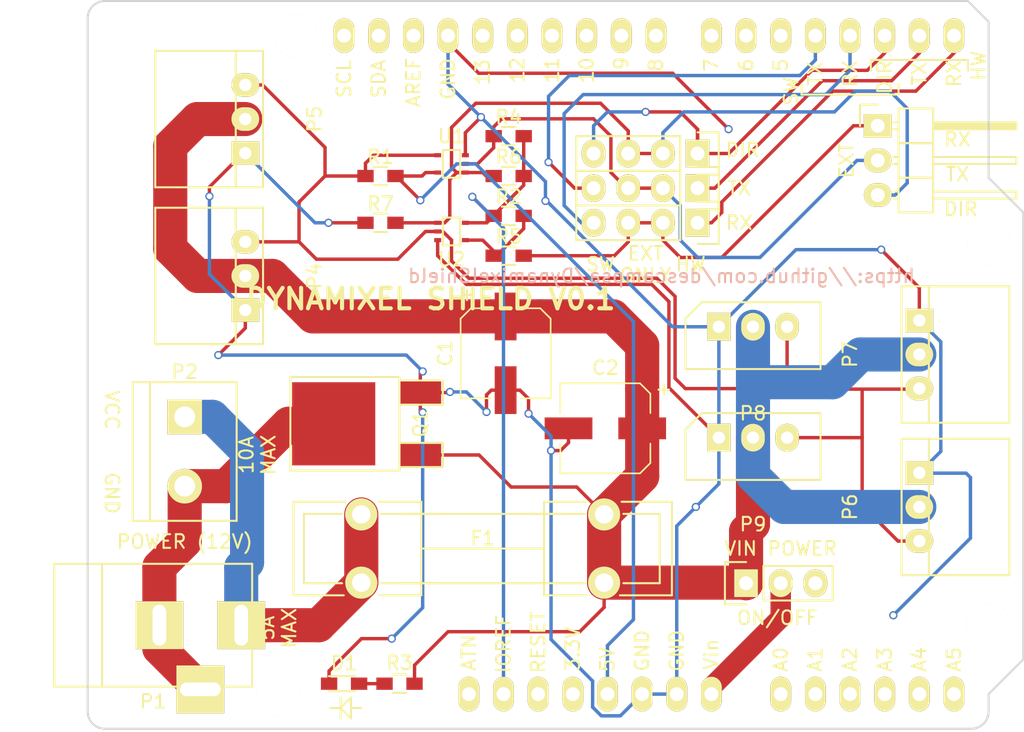
<source format=kicad_pcb>
(kicad_pcb (version 20171130) (host pcbnew "(5.1.12)-1")

  (general
    (thickness 1.6)
    (drawings 19)
    (tracks 314)
    (zones 0)
    (modules 28)
    (nets 41)
  )

  (page A4)
  (layers
    (0 F.Cu signal)
    (31 B.Cu signal)
    (32 B.Adhes user hide)
    (33 F.Adhes user hide)
    (34 B.Paste user hide)
    (35 F.Paste user hide)
    (36 B.SilkS user hide)
    (37 F.SilkS user hide)
    (38 B.Mask user hide)
    (39 F.Mask user hide)
    (40 Dwgs.User user hide)
    (41 Cmts.User user hide)
    (42 Eco1.User user hide)
    (43 Eco2.User user hide)
    (44 Edge.Cuts user)
    (45 Margin user hide)
    (46 B.CrtYd user hide)
    (47 F.CrtYd user hide)
    (48 B.Fab user hide)
    (49 F.Fab user hide)
  )

  (setup
    (last_trace_width 0.25)
    (user_trace_width 0.25)
    (user_trace_width 2.5)
    (trace_clearance 0.2)
    (zone_clearance 0.254)
    (zone_45_only no)
    (trace_min 0.2)
    (via_size 0.6)
    (via_drill 0.4)
    (via_min_size 0.4)
    (via_min_drill 0.3)
    (uvia_size 0.3)
    (uvia_drill 0.1)
    (uvias_allowed no)
    (uvia_min_size 0)
    (uvia_min_drill 0)
    (edge_width 0.15)
    (segment_width 0.2)
    (pcb_text_width 0.3)
    (pcb_text_size 1.5 1.5)
    (mod_edge_width 0.15)
    (mod_text_size 1 1)
    (mod_text_width 0.15)
    (pad_size 1.524 1.524)
    (pad_drill 0.762)
    (pad_to_mask_clearance 0.13)
    (aux_axis_origin 0 0)
    (visible_elements 7FFFFFFF)
    (pcbplotparams
      (layerselection 0x010f0_80000001)
      (usegerberextensions false)
      (usegerberattributes true)
      (usegerberadvancedattributes true)
      (creategerberjobfile true)
      (excludeedgelayer true)
      (linewidth 0.100000)
      (plotframeref false)
      (viasonmask false)
      (mode 1)
      (useauxorigin false)
      (hpglpennumber 1)
      (hpglpenspeed 20)
      (hpglpendiameter 15.000000)
      (psnegative false)
      (psa4output false)
      (plotreference true)
      (plotvalue true)
      (plotinvisibletext false)
      (padsonsilk false)
      (subtractmaskfromsilk false)
      (outputformat 1)
      (mirror false)
      (drillshape 0)
      (scaleselection 1)
      (outputdirectory "gerber/"))
  )

  (net 0 "")
  (net 1 /ARDUINO_DIRECTION_PORT)
  (net 2 /DIRECTION_PORT)
  (net 3 /HW_TXD)
  (net 4 /TXD)
  (net 5 /SW_TXD)
  (net 6 /HW_RXD)
  (net 7 /RXD)
  (net 8 /SW_RXD)
  (net 9 +12V)
  (net 10 /VIN)
  (net 11 GND)
  (net 12 /IOREF)
  (net 13 /DATA)
  (net 14 +5V)
  (net 15 +3V3)
  (net 16 "Net-(SHIELD1-PadRST)")
  (net 17 "Net-(SHIELD1-Pad5)")
  (net 18 "Net-(SHIELD1-Pad8)")
  (net 19 "Net-(SHIELD1-Pad9)")
  (net 20 "Net-(SHIELD1-Pad10)")
  (net 21 "Net-(SHIELD1-Pad11)")
  (net 22 "Net-(SHIELD1-Pad12)")
  (net 23 "Net-(SHIELD1-Pad13)")
  (net 24 "Net-(SHIELD1-PadAREF)")
  (net 25 "Net-(JP4-Pad3)")
  (net 26 "Net-(SHIELD1-PadATN)")
  (net 27 "Net-(SHIELD1-PadA1)")
  (net 28 "Net-(SHIELD1-PadA2)")
  (net 29 "Net-(SHIELD1-PadA3)")
  (net 30 "Net-(SHIELD1-PadA4)")
  (net 31 "Net-(SHIELD1-PadA5)")
  (net 32 "Net-(SHIELD1-PadSDA)")
  (net 33 "Net-(SHIELD1-PadSCL)")
  (net 34 "Net-(SHIELD1-Pad7)")
  (net 35 "Net-(SHIELD1-PadA0)")
  (net 36 "Net-(SHIELD1-Pad6)")
  (net 37 "Net-(F1-Pad1)")
  (net 38 "Net-(P1-Pad2)")
  (net 39 "Net-(D1-Pad2)")
  (net 40 "Net-(R2-Pad2)")

  (net_class Default "This is the default net class."
    (clearance 0.2)
    (trace_width 0.25)
    (via_dia 0.6)
    (via_drill 0.4)
    (uvia_dia 0.3)
    (uvia_drill 0.1)
    (add_net +3V3)
    (add_net +5V)
    (add_net /ARDUINO_DIRECTION_PORT)
    (add_net /DATA)
    (add_net /DIRECTION_PORT)
    (add_net /HW_RXD)
    (add_net /HW_TXD)
    (add_net /IOREF)
    (add_net /RXD)
    (add_net /SW_RXD)
    (add_net /SW_TXD)
    (add_net /TXD)
    (add_net GND)
    (add_net "Net-(D1-Pad2)")
    (add_net "Net-(JP4-Pad3)")
    (add_net "Net-(R2-Pad2)")
    (add_net "Net-(SHIELD1-Pad10)")
    (add_net "Net-(SHIELD1-Pad11)")
    (add_net "Net-(SHIELD1-Pad12)")
    (add_net "Net-(SHIELD1-Pad13)")
    (add_net "Net-(SHIELD1-Pad5)")
    (add_net "Net-(SHIELD1-Pad6)")
    (add_net "Net-(SHIELD1-Pad7)")
    (add_net "Net-(SHIELD1-Pad8)")
    (add_net "Net-(SHIELD1-Pad9)")
    (add_net "Net-(SHIELD1-PadA0)")
    (add_net "Net-(SHIELD1-PadA1)")
    (add_net "Net-(SHIELD1-PadA2)")
    (add_net "Net-(SHIELD1-PadA3)")
    (add_net "Net-(SHIELD1-PadA4)")
    (add_net "Net-(SHIELD1-PadA5)")
    (add_net "Net-(SHIELD1-PadAREF)")
    (add_net "Net-(SHIELD1-PadATN)")
    (add_net "Net-(SHIELD1-PadRST)")
    (add_net "Net-(SHIELD1-PadSCL)")
    (add_net "Net-(SHIELD1-PadSDA)")
  )

  (net_class arduino_power ""
    (clearance 0.2)
    (trace_width 1.5)
    (via_dia 0.6)
    (via_drill 0.4)
    (uvia_dia 0.3)
    (uvia_drill 0.1)
    (add_net /VIN)
  )

  (net_class power ""
    (clearance 0.2)
    (trace_width 2.5)
    (via_dia 2.5)
    (via_drill 2.3)
    (uvia_dia 0.3)
    (uvia_drill 0.1)
    (add_net +12V)
    (add_net "Net-(F1-Pad1)")
    (add_net "Net-(P1-Pad2)")
  )

  (module arduino:Arduino_shield_dynamixel (layer F.Cu) (tedit 58025EE8) (tstamp 57C09A0E)
    (at 59.944 107.188)
    (path /57B7F721)
    (fp_text reference SHIELD1 (at 35.052 2.54) (layer F.SilkS) hide
      (effects (font (size 1 1) (thickness 0.15)))
    )
    (fp_text value ARDUINO_SHIELD (at 32.512 -55.118) (layer F.Fab)
      (effects (font (size 1 1) (thickness 0.15)))
    )
    (fp_line (start 66.04 -51.816) (end 64.516 -53.34) (layer Edge.Cuts) (width 0.15))
    (fp_line (start 66.04 -40.386) (end 66.04 -51.816) (layer Edge.Cuts) (width 0.15))
    (fp_line (start 68.58 -37.846) (end 66.04 -40.386) (layer Edge.Cuts) (width 0.15))
    (fp_line (start 68.58 -5.08) (end 68.58 -37.846) (layer Edge.Cuts) (width 0.15))
    (fp_line (start 66.04 -2.54) (end 68.58 -5.08) (layer Edge.Cuts) (width 0.15))
    (fp_line (start 66.04 -1.27) (end 66.04 -2.54) (layer Edge.Cuts) (width 0.15))
    (fp_line (start 64.77 0) (end 1.27 0) (layer Edge.Cuts) (width 0.15))
    (fp_line (start 0 -1.27) (end 0 -52.07) (layer Edge.Cuts) (width 0.15))
    (fp_line (start 1.27 -53.34) (end 64.516 -53.34) (layer Edge.Cuts) (width 0.15))
    (fp_line (start 11.43 -3.175) (end -1.905 -3.175) (layer Eco1.User) (width 0.15))
    (fp_line (start 11.43 -12.065) (end 11.43 -3.175) (layer Eco1.User) (width 0.15))
    (fp_line (start -1.905 -12.065) (end 11.43 -12.065) (layer Eco1.User) (width 0.15))
    (fp_line (start -1.905 -3.175) (end -1.905 -12.065) (layer Eco1.User) (width 0.15))
    (fp_line (start 9.525 -32.385) (end -6.35 -32.385) (layer Eco1.User) (width 0.15))
    (fp_line (start 9.525 -43.815) (end 9.525 -32.385) (layer Eco1.User) (width 0.15))
    (fp_line (start -6.35 -43.815) (end 9.525 -43.815) (layer Eco1.User) (width 0.15))
    (fp_line (start -6.35 -32.385) (end -6.35 -43.815) (layer Eco1.User) (width 0.15))
    (fp_line (start 64.516 -48.222) (end 64.516 -48.984) (layer F.SilkS) (width 0.15))
    (fp_line (start 57.404 -49.022) (end 64.516 -49.022) (layer F.SilkS) (width 0.15))
    (fp_line (start 57.404 -48.984) (end 57.404 -48.222) (layer F.SilkS) (width 0.15))
    (fp_line (start 52.324 -47.244) (end 52.324 -46.482) (layer F.SilkS) (width 0.15))
    (fp_line (start 59.436 -46.482) (end 52.324 -46.482) (layer F.SilkS) (width 0.15))
    (fp_line (start 59.436 -46.482) (end 59.436 -47.244) (layer F.SilkS) (width 0.15))
    (fp_text user SW (at 51.562 -46.736 90) (layer F.SilkS)
      (effects (font (size 1 1) (thickness 0.15)))
    )
    (fp_text user HW (at 65.3 -48.6 270) (layer F.SilkS)
      (effects (font (size 1 1) (thickness 0.15)))
    )
    (fp_text user SCL (at 18.796 -47.625 90) (layer F.SilkS)
      (effects (font (size 1 1) (thickness 0.15)))
    )
    (fp_text user SDA (at 21.336 -47.625 90) (layer F.SilkS)
      (effects (font (size 1 1) (thickness 0.15)))
    )
    (fp_text user AREF (at 23.876 -47.371 90) (layer F.SilkS)
      (effects (font (size 1 1) (thickness 0.15)))
    )
    (fp_text user GND (at 26.416 -47.625 90) (layer F.SilkS)
      (effects (font (size 1 1) (thickness 0.15)))
    )
    (fp_text user 13 (at 28.956 -48.133 90) (layer F.SilkS)
      (effects (font (size 1 1) (thickness 0.15)))
    )
    (fp_text user 12 (at 31.496 -48.26 90) (layer F.SilkS)
      (effects (font (size 1 1) (thickness 0.15)))
    )
    (fp_text user 11 (at 34.036 -48.26 90) (layer F.SilkS)
      (effects (font (size 1 1) (thickness 0.15)))
    )
    (fp_text user 10 (at 36.576 -48.26 90) (layer F.SilkS)
      (effects (font (size 1 1) (thickness 0.15)))
    )
    (fp_text user 9 (at 39.116 -48.768 90) (layer F.SilkS)
      (effects (font (size 1 1) (thickness 0.15)))
    )
    (fp_text user 8 (at 41.656 -48.641 90) (layer F.SilkS)
      (effects (font (size 1 1) (thickness 0.15)))
    )
    (fp_text user 7 (at 45.72 -48.641 90) (layer F.SilkS)
      (effects (font (size 1 1) (thickness 0.15)))
    )
    (fp_text user 6 (at 48.26 -48.641 90) (layer F.SilkS)
      (effects (font (size 1 1) (thickness 0.15)))
    )
    (fp_text user 5 (at 50.8 -48.641 90) (layer F.SilkS)
      (effects (font (size 1 1) (thickness 0.15)))
    )
    (fp_text user TX (at 53.34 -48.006 90) (layer F.SilkS)
      (effects (font (size 1 1) (thickness 0.15)))
    )
    (fp_text user RX (at 55.88 -48.006 90) (layer F.SilkS)
      (effects (font (size 1 1) (thickness 0.15)))
    )
    (fp_text user DIR (at 58.42 -47.752 90) (layer F.SilkS)
      (effects (font (size 1 1) (thickness 0.15)))
    )
    (fp_text user TX (at 60.96 -48.006 90) (layer F.SilkS)
      (effects (font (size 1 1) (thickness 0.15)))
    )
    (fp_text user RX (at 63.5 -48.006 90) (layer F.SilkS)
      (effects (font (size 1 1) (thickness 0.15)))
    )
    (fp_text user A5 (at 63.5 -5.08 90) (layer F.SilkS)
      (effects (font (size 1 1) (thickness 0.15)))
    )
    (fp_text user A4 (at 60.96 -5.08 90) (layer F.SilkS)
      (effects (font (size 1 1) (thickness 0.15)))
    )
    (fp_text user A3 (at 58.42 -5.08 90) (layer F.SilkS)
      (effects (font (size 1 1) (thickness 0.15)))
    )
    (fp_text user A2 (at 55.88 -5.08 90) (layer F.SilkS)
      (effects (font (size 1 1) (thickness 0.15)))
    )
    (fp_text user A1 (at 53.34 -5.08 90) (layer F.SilkS)
      (effects (font (size 1 1) (thickness 0.15)))
    )
    (fp_text user A0 (at 50.8 -5.08 90) (layer F.SilkS)
      (effects (font (size 1 1) (thickness 0.15)))
    )
    (fp_text user Vin (at 45.72 -5.461 90) (layer F.SilkS)
      (effects (font (size 1 1) (thickness 0.15)))
    )
    (fp_text user GND (at 43.18 -5.715 90) (layer F.SilkS)
      (effects (font (size 1 1) (thickness 0.15)))
    )
    (fp_text user GND (at 40.64 -5.715 90) (layer F.SilkS)
      (effects (font (size 1 1) (thickness 0.15)))
    )
    (fp_text user 5V (at 38.1 -5.08 90) (layer F.SilkS)
      (effects (font (size 1 1) (thickness 0.15)))
    )
    (fp_text user 3.3V (at 35.56 -5.842 90) (layer F.SilkS)
      (effects (font (size 1 1) (thickness 0.15)))
    )
    (fp_text user RESET (at 33.02 -6.35 90) (layer F.SilkS)
      (effects (font (size 1 1) (thickness 0.15)))
    )
    (fp_text user IOREF (at 30.48 -6.223 90) (layer F.SilkS)
      (effects (font (size 1 1) (thickness 0.15)))
    )
    (fp_text user ATN (at 27.94 -5.588 90) (layer F.SilkS)
      (effects (font (size 1 1) (thickness 0.15)))
    )
    (fp_arc (start 1.27 -52.07) (end 0 -52.07) (angle 90) (layer Edge.Cuts) (width 0.15))
    (fp_arc (start 1.27 -1.27) (end 1.27 0) (angle 90) (layer Edge.Cuts) (width 0.15))
    (fp_arc (start 64.77 -1.27) (end 66.04 -1.27) (angle 90) (layer Edge.Cuts) (width 0.15))
    (pad "" np_thru_hole circle (at 66.04 -35.56) (size 3.175 3.175) (drill 3.175) (layers *.Cu *.Mask F.SilkS))
    (pad 7 thru_hole oval (at 45.72 -50.8) (size 1.524 2.54) (drill 1.016) (layers *.Cu *.Mask F.SilkS)
      (net 34 "Net-(SHIELD1-Pad7)"))
    (pad "" np_thru_hole circle (at 13.97 -2.54) (size 3.175 3.175) (drill 3.175) (layers *.Cu *.Mask F.SilkS))
    (pad "" np_thru_hole circle (at 66.04 -7.62) (size 3.175 3.175) (drill 3.175) (layers *.Cu *.Mask F.SilkS))
    (pad "" np_thru_hole circle (at 15.24 -50.8) (size 3.175 3.175) (drill 3.175) (layers *.Cu *.Mask F.SilkS))
    (pad ATN thru_hole oval (at 27.94 -2.54) (size 1.524 2.54) (drill 1.016) (layers *.Cu *.Mask F.SilkS)
      (net 26 "Net-(SHIELD1-PadATN)"))
    (pad IO_R thru_hole oval (at 30.48 -2.54) (size 1.524 2.54) (drill 1.016) (layers *.Cu *.Mask F.SilkS)
      (net 12 /IOREF))
    (pad RST thru_hole oval (at 33.02 -2.54) (size 1.524 2.54) (drill 1.016) (layers *.Cu *.Mask F.SilkS)
      (net 16 "Net-(SHIELD1-PadRST)"))
    (pad 3V3 thru_hole oval (at 35.56 -2.54) (size 1.524 2.54) (drill 1.016) (layers *.Cu *.Mask F.SilkS)
      (net 15 +3V3))
    (pad 5V thru_hole oval (at 38.1 -2.54) (size 1.524 2.54) (drill 1.016) (layers *.Cu *.Mask F.SilkS)
      (net 14 +5V))
    (pad GND thru_hole oval (at 40.64 -2.54) (size 1.524 2.54) (drill 1.016) (layers *.Cu *.Mask F.SilkS)
      (net 11 GND))
    (pad GND thru_hole oval (at 43.18 -2.54) (size 1.524 2.54) (drill 1.016) (layers *.Cu *.Mask F.SilkS)
      (net 11 GND))
    (pad VIN thru_hole oval (at 45.72 -2.54) (size 1.524 2.54) (drill 1.016) (layers *.Cu *.Mask F.SilkS)
      (net 10 /VIN))
    (pad A0 thru_hole oval (at 50.8 -2.54) (size 1.524 2.54) (drill 1.016) (layers *.Cu *.Mask F.SilkS)
      (net 35 "Net-(SHIELD1-PadA0)"))
    (pad A1 thru_hole oval (at 53.34 -2.54) (size 1.524 2.54) (drill 1.016) (layers *.Cu *.Mask F.SilkS)
      (net 27 "Net-(SHIELD1-PadA1)"))
    (pad A2 thru_hole oval (at 55.88 -2.54) (size 1.524 2.54) (drill 1.016) (layers *.Cu *.Mask F.SilkS)
      (net 28 "Net-(SHIELD1-PadA2)"))
    (pad A3 thru_hole oval (at 58.42 -2.54) (size 1.524 2.54) (drill 1.016) (layers *.Cu *.Mask F.SilkS)
      (net 29 "Net-(SHIELD1-PadA3)"))
    (pad A4 thru_hole oval (at 60.96 -2.54) (size 1.524 2.54) (drill 1.016) (layers *.Cu *.Mask F.SilkS)
      (net 30 "Net-(SHIELD1-PadA4)"))
    (pad A5 thru_hole oval (at 63.5 -2.54) (size 1.524 2.54) (drill 1.016) (layers *.Cu *.Mask F.SilkS)
      (net 31 "Net-(SHIELD1-PadA5)"))
    (pad 0 thru_hole oval (at 63.5 -50.8) (size 1.524 2.54) (drill 1.016) (layers *.Cu *.Mask F.SilkS)
      (net 6 /HW_RXD))
    (pad 1 thru_hole oval (at 60.96 -50.8) (size 1.524 2.54) (drill 1.016) (layers *.Cu *.Mask F.SilkS)
      (net 3 /HW_TXD))
    (pad 2 thru_hole oval (at 58.42 -50.8) (size 1.524 2.54) (drill 1.016) (layers *.Cu *.Mask F.SilkS)
      (net 1 /ARDUINO_DIRECTION_PORT))
    (pad 3 thru_hole oval (at 55.88 -50.8) (size 1.524 2.54) (drill 1.016) (layers *.Cu *.Mask F.SilkS)
      (net 8 /SW_RXD))
    (pad 4 thru_hole oval (at 53.34 -50.8) (size 1.524 2.54) (drill 1.016) (layers *.Cu *.Mask F.SilkS)
      (net 5 /SW_TXD))
    (pad 5 thru_hole oval (at 50.8 -50.8) (size 1.524 2.54) (drill 1.016) (layers *.Cu *.Mask F.SilkS)
      (net 17 "Net-(SHIELD1-Pad5)"))
    (pad 6 thru_hole oval (at 48.26 -50.8) (size 1.524 2.54) (drill 1.016) (layers *.Cu *.Mask F.SilkS)
      (net 36 "Net-(SHIELD1-Pad6)"))
    (pad 8 thru_hole oval (at 41.656 -50.8) (size 1.524 2.54) (drill 1.016) (layers *.Cu *.Mask F.SilkS)
      (net 18 "Net-(SHIELD1-Pad8)"))
    (pad 9 thru_hole oval (at 39.116 -50.8) (size 1.524 2.54) (drill 1.016) (layers *.Cu *.Mask F.SilkS)
      (net 19 "Net-(SHIELD1-Pad9)"))
    (pad 10 thru_hole oval (at 36.576 -50.8) (size 1.524 2.54) (drill 1.016) (layers *.Cu *.Mask F.SilkS)
      (net 20 "Net-(SHIELD1-Pad10)"))
    (pad 11 thru_hole oval (at 34.036 -50.8) (size 1.524 2.54) (drill 1.016) (layers *.Cu *.Mask F.SilkS)
      (net 21 "Net-(SHIELD1-Pad11)"))
    (pad 12 thru_hole oval (at 31.496 -50.8) (size 1.524 2.54) (drill 1.016) (layers *.Cu *.Mask F.SilkS)
      (net 22 "Net-(SHIELD1-Pad12)"))
    (pad 13 thru_hole oval (at 28.956 -50.8) (size 1.524 2.54) (drill 1.016) (layers *.Cu *.Mask F.SilkS)
      (net 23 "Net-(SHIELD1-Pad13)"))
    (pad GND thru_hole oval (at 26.416 -50.8) (size 1.524 2.54) (drill 1.016) (layers *.Cu *.Mask F.SilkS)
      (net 11 GND))
    (pad AREF thru_hole oval (at 23.876 -50.8) (size 1.524 2.54) (drill 1.016) (layers *.Cu *.Mask F.SilkS)
      (net 24 "Net-(SHIELD1-PadAREF)"))
    (pad SDA thru_hole oval (at 21.336 -50.8) (size 1.524 2.54) (drill 1.016) (layers *.Cu *.Mask F.SilkS)
      (net 32 "Net-(SHIELD1-PadSDA)"))
    (pad SCL thru_hole oval (at 18.796 -50.8) (size 1.524 2.54) (drill 1.016) (layers *.Cu *.Mask F.SilkS)
      (net 33 "Net-(SHIELD1-PadSCL)"))
  )

  (module molex:Molex_spox_1x3_right (layer F.Cu) (tedit 57FA9480) (tstamp 57B8C3EC)
    (at 71.5 74 90)
    (path /57B440E6)
    (fp_text reference P4 (at 0 5.08 90) (layer F.SilkS)
      (effects (font (size 1 1) (thickness 0.15)))
    )
    (fp_text value CONN_01X03 (at 0 -6.35 90) (layer F.Fab)
      (effects (font (size 1 1) (thickness 0.15)))
    )
    (fp_line (start 5 1.3) (end 5 -6.6) (layer F.SilkS) (width 0.15))
    (fp_line (start -5 1.3) (end 5 1.3) (layer F.SilkS) (width 0.15))
    (fp_line (start -5 -6.6) (end -5 1.3) (layer F.SilkS) (width 0.15))
    (fp_line (start 5 -6.6) (end -5 -6.6) (layer F.SilkS) (width 0.15))
    (fp_line (start -5 -0.7) (end 5 -0.7) (layer F.SilkS) (width 0.15))
    (pad 1 thru_hole rect (at -2.5 0 90) (size 1.7272 2.032) (drill 0.9) (layers *.Cu *.Mask F.SilkS)
      (net 11 GND))
    (pad 2 thru_hole oval (at 0 0 90) (size 1.7272 2.032) (drill 0.9) (layers *.Cu *.Mask F.SilkS)
      (net 9 +12V))
    (pad 3 thru_hole oval (at 2.5 0 90) (size 1.7272 2.032) (drill 0.9) (layers *.Cu *.Mask F.SilkS)
      (net 13 /DATA))
  )

  (module LEDs:LED_0603 (layer F.Cu) (tedit 57FA9A91) (tstamp 57BDDC72)
    (at 78.74 103.886)
    (descr "LED 0603 smd package")
    (tags "LED led 0603 SMD smd SMT smt smdled SMDLED smtled SMTLED")
    (path /57BDD735)
    (attr smd)
    (fp_text reference D1 (at 0 -1.5) (layer F.SilkS)
      (effects (font (size 1 1) (thickness 0.15)))
    )
    (fp_text value LED (at 0 1.524) (layer F.Fab)
      (effects (font (size 1 1) (thickness 0.15)))
    )
    (fp_line (start -1.4 -0.75) (end 1.4 -0.75) (layer F.CrtYd) (width 0.05))
    (fp_line (start -1.4 0.75) (end -1.4 -0.75) (layer F.CrtYd) (width 0.05))
    (fp_line (start 1.4 0.75) (end -1.4 0.75) (layer F.CrtYd) (width 0.05))
    (fp_line (start 1.4 -0.75) (end 1.4 0.75) (layer F.CrtYd) (width 0.05))
    (fp_line (start -1.1 -0.55) (end 0.8 -0.55) (layer F.SilkS) (width 0.15))
    (fp_line (start -1.1 0.55) (end 0.8 0.55) (layer F.SilkS) (width 0.15))
    (fp_line (start -0.8 0.4) (end -0.8 -0.4) (layer F.Fab) (width 0.15))
    (fp_line (start -0.8 -0.4) (end 0.8 -0.4) (layer F.Fab) (width 0.15))
    (fp_line (start 0.8 -0.4) (end 0.8 0.4) (layer F.Fab) (width 0.15))
    (fp_line (start 0.8 0.4) (end -0.8 0.4) (layer F.Fab) (width 0.15))
    (fp_line (start 0.1 -0.2) (end 0.1 0.2) (layer F.Fab) (width 0.15))
    (fp_line (start 0.1 0.2) (end -0.2 0) (layer F.Fab) (width 0.15))
    (fp_line (start -0.2 0) (end 0.1 -0.2) (layer F.Fab) (width 0.15))
    (fp_line (start -0.3 -0.2) (end -0.3 0.2) (layer F.Fab) (width 0.15))
    (fp_line (start -0.254 1.016) (end -0.254 2.54) (layer F.SilkS) (width 0.15))
    (fp_line (start 0.508 1.016) (end -0.254 1.778) (layer F.SilkS) (width 0.15))
    (fp_line (start 0.508 2.54) (end 0.508 1.016) (layer F.SilkS) (width 0.15))
    (fp_line (start -0.254 1.778) (end 0.508 2.54) (layer F.SilkS) (width 0.15))
    (fp_line (start 0.508 1.778) (end 1.27 1.778) (layer F.SilkS) (width 0.15))
    (fp_line (start -0.254 1.778) (end -1.016 1.778) (layer F.SilkS) (width 0.15))
    (pad 2 smd rect (at 1.1 0 180) (size 1.2 0.9) (layers F.Cu F.Paste F.Mask)
      (net 39 "Net-(D1-Pad2)"))
    (pad 1 smd rect (at -1.1 0 180) (size 1.2 0.9) (layers F.Cu F.Paste F.Mask)
      (net 11 GND))
    (model LEDs.3dshapes/LED_0603.wrl
      (at (xyz 0 0 0))
      (scale (xyz 1 1 1))
      (rotate (xyz 0 0 180))
    )
  )

  (module Pin_Headers:Pin_Header_Straight_1x04 (layer F.Cu) (tedit 57B9D5E9) (tstamp 57B8C370)
    (at 104.648 65.024 270)
    (descr "Through hole pin header")
    (tags "pin header")
    (path /57B8D860)
    (fp_text reference JP1 (at 0 -2.54 270) (layer F.SilkS) hide
      (effects (font (size 1 1) (thickness 0.15)))
    )
    (fp_text value JUMPER4 (at 0 -3.1 270) (layer F.Fab)
      (effects (font (size 1 1) (thickness 0.15)))
    )
    (fp_line (start -1.55 -1.55) (end 1.55 -1.55) (layer F.SilkS) (width 0.15))
    (fp_line (start -1.55 0) (end -1.55 -1.55) (layer F.SilkS) (width 0.15))
    (fp_line (start 1.27 1.27) (end -1.27 1.27) (layer F.SilkS) (width 0.15))
    (fp_line (start -1.27 8.89) (end 1.27 8.89) (layer F.SilkS) (width 0.15))
    (fp_line (start 1.55 -1.55) (end 1.55 0) (layer F.SilkS) (width 0.15))
    (fp_line (start 1.27 1.27) (end 1.27 8.89) (layer F.SilkS) (width 0.15))
    (fp_line (start -1.27 1.27) (end -1.27 8.89) (layer F.SilkS) (width 0.15))
    (fp_line (start -1.75 9.4) (end 1.75 9.4) (layer F.CrtYd) (width 0.05))
    (fp_line (start -1.75 -1.75) (end 1.75 -1.75) (layer F.CrtYd) (width 0.05))
    (fp_line (start 1.75 -1.75) (end 1.75 9.4) (layer F.CrtYd) (width 0.05))
    (fp_line (start -1.75 -1.75) (end -1.75 9.4) (layer F.CrtYd) (width 0.05))
    (pad 1 thru_hole rect (at 0 0 270) (size 2.032 1.7272) (drill 1.016) (layers *.Cu *.Mask F.SilkS)
      (net 1 /ARDUINO_DIRECTION_PORT))
    (pad 2 thru_hole oval (at 0 2.54 270) (size 2.032 1.7272) (drill 1.016) (layers *.Cu *.Mask F.SilkS)
      (net 2 /DIRECTION_PORT))
    (pad 3 thru_hole oval (at 0 5.08 270) (size 2.032 1.7272) (drill 1.016) (layers *.Cu *.Mask F.SilkS)
      (net 2 /DIRECTION_PORT))
    (pad 4 thru_hole oval (at 0 7.62 270) (size 2.032 1.7272) (drill 1.016) (layers *.Cu *.Mask F.SilkS)
      (net 1 /ARDUINO_DIRECTION_PORT))
    (model Pin_Headers.3dshapes/Pin_Header_Straight_1x04.wrl
      (offset (xyz 0 -3.809999942779541 0))
      (scale (xyz 1 1 1))
      (rotate (xyz 0 0 90))
    )
  )

  (module Pin_Headers:Pin_Header_Straight_1x04 (layer F.Cu) (tedit 57B9D5ED) (tstamp 57B8C383)
    (at 104.648 67.564 270)
    (descr "Through hole pin header")
    (tags "pin header")
    (path /57B8DDDA)
    (fp_text reference JP2 (at 0 -2.54 270) (layer F.SilkS) hide
      (effects (font (size 1 1) (thickness 0.15)))
    )
    (fp_text value JUMPER4 (at 0 -3.1 270) (layer F.Fab)
      (effects (font (size 1 1) (thickness 0.15)))
    )
    (fp_line (start -1.55 -1.55) (end 1.55 -1.55) (layer F.SilkS) (width 0.15))
    (fp_line (start -1.55 0) (end -1.55 -1.55) (layer F.SilkS) (width 0.15))
    (fp_line (start 1.27 1.27) (end -1.27 1.27) (layer F.SilkS) (width 0.15))
    (fp_line (start -1.27 8.89) (end 1.27 8.89) (layer F.SilkS) (width 0.15))
    (fp_line (start 1.55 -1.55) (end 1.55 0) (layer F.SilkS) (width 0.15))
    (fp_line (start 1.27 1.27) (end 1.27 8.89) (layer F.SilkS) (width 0.15))
    (fp_line (start -1.27 1.27) (end -1.27 8.89) (layer F.SilkS) (width 0.15))
    (fp_line (start -1.75 9.4) (end 1.75 9.4) (layer F.CrtYd) (width 0.05))
    (fp_line (start -1.75 -1.75) (end 1.75 -1.75) (layer F.CrtYd) (width 0.05))
    (fp_line (start 1.75 -1.75) (end 1.75 9.4) (layer F.CrtYd) (width 0.05))
    (fp_line (start -1.75 -1.75) (end -1.75 9.4) (layer F.CrtYd) (width 0.05))
    (pad 1 thru_hole rect (at 0 0 270) (size 2.032 1.7272) (drill 1.016) (layers *.Cu *.Mask F.SilkS)
      (net 3 /HW_TXD))
    (pad 2 thru_hole oval (at 0 2.54 270) (size 2.032 1.7272) (drill 1.016) (layers *.Cu *.Mask F.SilkS)
      (net 4 /TXD))
    (pad 3 thru_hole oval (at 0 5.08 270) (size 2.032 1.7272) (drill 1.016) (layers *.Cu *.Mask F.SilkS)
      (net 4 /TXD))
    (pad 4 thru_hole oval (at 0 7.62 270) (size 2.032 1.7272) (drill 1.016) (layers *.Cu *.Mask F.SilkS)
      (net 5 /SW_TXD))
    (model Pin_Headers.3dshapes/Pin_Header_Straight_1x04.wrl
      (offset (xyz 0 -3.809999942779541 0))
      (scale (xyz 1 1 1))
      (rotate (xyz 0 0 90))
    )
  )

  (module Pin_Headers:Pin_Header_Straight_1x04 (layer F.Cu) (tedit 57B9D5F0) (tstamp 57B8C396)
    (at 104.648 70.104 270)
    (descr "Through hole pin header")
    (tags "pin header")
    (path /57B8E2E1)
    (fp_text reference JP3 (at 0 -2.54 270) (layer F.SilkS) hide
      (effects (font (size 1 1) (thickness 0.15)))
    )
    (fp_text value JUMPER4 (at 0 -3.1 270) (layer F.Fab)
      (effects (font (size 1 1) (thickness 0.15)))
    )
    (fp_line (start -1.55 -1.55) (end 1.55 -1.55) (layer F.SilkS) (width 0.15))
    (fp_line (start -1.55 0) (end -1.55 -1.55) (layer F.SilkS) (width 0.15))
    (fp_line (start 1.27 1.27) (end -1.27 1.27) (layer F.SilkS) (width 0.15))
    (fp_line (start -1.27 8.89) (end 1.27 8.89) (layer F.SilkS) (width 0.15))
    (fp_line (start 1.55 -1.55) (end 1.55 0) (layer F.SilkS) (width 0.15))
    (fp_line (start 1.27 1.27) (end 1.27 8.89) (layer F.SilkS) (width 0.15))
    (fp_line (start -1.27 1.27) (end -1.27 8.89) (layer F.SilkS) (width 0.15))
    (fp_line (start -1.75 9.4) (end 1.75 9.4) (layer F.CrtYd) (width 0.05))
    (fp_line (start -1.75 -1.75) (end 1.75 -1.75) (layer F.CrtYd) (width 0.05))
    (fp_line (start 1.75 -1.75) (end 1.75 9.4) (layer F.CrtYd) (width 0.05))
    (fp_line (start -1.75 -1.75) (end -1.75 9.4) (layer F.CrtYd) (width 0.05))
    (pad 1 thru_hole rect (at 0 0 270) (size 2.032 1.7272) (drill 1.016) (layers *.Cu *.Mask F.SilkS)
      (net 6 /HW_RXD))
    (pad 2 thru_hole oval (at 0 2.54 270) (size 2.032 1.7272) (drill 1.016) (layers *.Cu *.Mask F.SilkS)
      (net 7 /RXD))
    (pad 3 thru_hole oval (at 0 5.08 270) (size 2.032 1.7272) (drill 1.016) (layers *.Cu *.Mask F.SilkS)
      (net 7 /RXD))
    (pad 4 thru_hole oval (at 0 7.62 270) (size 2.032 1.7272) (drill 1.016) (layers *.Cu *.Mask F.SilkS)
      (net 8 /SW_RXD))
    (model Pin_Headers.3dshapes/Pin_Header_Straight_1x04.wrl
      (offset (xyz 0 -3.809999942779541 0))
      (scale (xyz 1 1 1))
      (rotate (xyz 0 0 90))
    )
  )

  (module Pin_Headers:Pin_Header_Straight_1x03 (layer F.Cu) (tedit 57B9D5B6) (tstamp 57B8C3A8)
    (at 108.204 96.52 90)
    (descr "Through hole pin header")
    (tags "pin header")
    (path /57B6E78B)
    (fp_text reference JP4 (at 0 8.128 90) (layer F.SilkS) hide
      (effects (font (size 1 1) (thickness 0.15)))
    )
    (fp_text value JUMPER3 (at 0 -3.1 90) (layer F.Fab)
      (effects (font (size 1 1) (thickness 0.15)))
    )
    (fp_line (start -1.55 -1.55) (end 1.55 -1.55) (layer F.SilkS) (width 0.15))
    (fp_line (start -1.55 0) (end -1.55 -1.55) (layer F.SilkS) (width 0.15))
    (fp_line (start 1.27 1.27) (end -1.27 1.27) (layer F.SilkS) (width 0.15))
    (fp_line (start 1.55 -1.55) (end 1.55 0) (layer F.SilkS) (width 0.15))
    (fp_line (start 1.27 6.35) (end 1.27 1.27) (layer F.SilkS) (width 0.15))
    (fp_line (start -1.27 6.35) (end 1.27 6.35) (layer F.SilkS) (width 0.15))
    (fp_line (start -1.27 1.27) (end -1.27 6.35) (layer F.SilkS) (width 0.15))
    (fp_line (start -1.75 6.85) (end 1.75 6.85) (layer F.CrtYd) (width 0.05))
    (fp_line (start -1.75 -1.75) (end 1.75 -1.75) (layer F.CrtYd) (width 0.05))
    (fp_line (start 1.75 -1.75) (end 1.75 6.85) (layer F.CrtYd) (width 0.05))
    (fp_line (start -1.75 -1.75) (end -1.75 6.85) (layer F.CrtYd) (width 0.05))
    (pad 1 thru_hole rect (at 0 0 90) (size 2.032 1.7272) (drill 1.016) (layers *.Cu *.Mask F.SilkS)
      (net 9 +12V))
    (pad 2 thru_hole oval (at 0 2.54 90) (size 2.032 1.7272) (drill 1.016) (layers *.Cu *.Mask F.SilkS)
      (net 10 /VIN))
    (pad 3 thru_hole oval (at 0 5.08 90) (size 2.032 1.7272) (drill 1.016) (layers *.Cu *.Mask F.SilkS)
      (net 25 "Net-(JP4-Pad3)"))
    (model Pin_Headers.3dshapes/Pin_Header_Straight_1x03.wrl
      (offset (xyz 0 -2.539999961853027 0))
      (scale (xyz 1 1 1))
      (rotate (xyz 0 0 90))
    )
  )

  (module Connect:bornier2 (layer F.Cu) (tedit 57BC88BD) (tstamp 57B8C3B3)
    (at 67.056 86.868 270)
    (descr "Bornier d'alimentation 2 pins")
    (tags DEV)
    (path /57B48A88)
    (fp_text reference P2 (at -5.842 0) (layer F.SilkS)
      (effects (font (size 1 1) (thickness 0.15)))
    )
    (fp_text value CONN_01X02 (at 0 5.08 270) (layer F.Fab)
      (effects (font (size 1 1) (thickness 0.15)))
    )
    (fp_line (start -5.08 3.81) (end 5.08 3.81) (layer F.SilkS) (width 0.15))
    (fp_line (start -5.08 -3.81) (end -5.08 3.81) (layer F.SilkS) (width 0.15))
    (fp_line (start 5.08 -3.81) (end -5.08 -3.81) (layer F.SilkS) (width 0.15))
    (fp_line (start 5.08 3.81) (end 5.08 -3.81) (layer F.SilkS) (width 0.15))
    (fp_line (start 5.08 2.54) (end -5.08 2.54) (layer F.SilkS) (width 0.15))
    (pad 1 thru_hole rect (at -2.54 0 270) (size 2.54 2.54) (drill 1.524) (layers *.Cu *.Mask F.SilkS)
      (net 37 "Net-(F1-Pad1)"))
    (pad 2 thru_hole circle (at 2.54 0 270) (size 2.54 2.54) (drill 1.524) (layers *.Cu *.Mask F.SilkS)
      (net 38 "Net-(P1-Pad2)"))
    (model Connect.3dshapes/bornier2.wrl
      (at (xyz 0 0 0))
      (scale (xyz 1 1 1))
      (rotate (xyz 0 0 0))
    )
  )

  (module Pin_Headers:Pin_Header_Angled_1x03 (layer F.Cu) (tedit 57B9D693) (tstamp 57B8C3E0)
    (at 117.856 62.992)
    (descr "Through hole pin header")
    (tags "pin header")
    (path /57B600E0)
    (fp_text reference P3 (at -2.794 2.286) (layer F.SilkS) hide
      (effects (font (size 1 1) (thickness 0.15)))
    )
    (fp_text value CONN_01X03 (at 0 -3.1) (layer F.Fab)
      (effects (font (size 1 1) (thickness 0.15)))
    )
    (fp_line (start 1.524 6.35) (end 4.064 6.35) (layer F.SilkS) (width 0.15))
    (fp_line (start 1.524 1.27) (end 4.064 1.27) (layer F.SilkS) (width 0.15))
    (fp_line (start 1.524 1.27) (end 1.524 3.81) (layer F.SilkS) (width 0.15))
    (fp_line (start 1.524 3.81) (end 4.064 3.81) (layer F.SilkS) (width 0.15))
    (fp_line (start 4.064 2.286) (end 10.16 2.286) (layer F.SilkS) (width 0.15))
    (fp_line (start 10.16 2.286) (end 10.16 2.794) (layer F.SilkS) (width 0.15))
    (fp_line (start 10.16 2.794) (end 4.064 2.794) (layer F.SilkS) (width 0.15))
    (fp_line (start 4.064 3.81) (end 4.064 1.27) (layer F.SilkS) (width 0.15))
    (fp_line (start 4.064 6.35) (end 4.064 3.81) (layer F.SilkS) (width 0.15))
    (fp_line (start 10.16 5.334) (end 4.064 5.334) (layer F.SilkS) (width 0.15))
    (fp_line (start 10.16 4.826) (end 10.16 5.334) (layer F.SilkS) (width 0.15))
    (fp_line (start 4.064 4.826) (end 10.16 4.826) (layer F.SilkS) (width 0.15))
    (fp_line (start 1.524 3.81) (end 1.524 6.35) (layer F.SilkS) (width 0.15))
    (fp_line (start 1.524 3.81) (end 4.064 3.81) (layer F.SilkS) (width 0.15))
    (fp_line (start 1.524 -1.27) (end 4.064 -1.27) (layer F.SilkS) (width 0.15))
    (fp_line (start 1.524 -1.27) (end 1.524 1.27) (layer F.SilkS) (width 0.15))
    (fp_line (start 1.524 1.27) (end 4.064 1.27) (layer F.SilkS) (width 0.15))
    (fp_line (start 4.064 -0.254) (end 10.16 -0.254) (layer F.SilkS) (width 0.15))
    (fp_line (start 10.16 -0.254) (end 10.16 0.254) (layer F.SilkS) (width 0.15))
    (fp_line (start 10.16 0.254) (end 4.064 0.254) (layer F.SilkS) (width 0.15))
    (fp_line (start 4.064 1.27) (end 4.064 -1.27) (layer F.SilkS) (width 0.15))
    (fp_line (start 1.524 5.334) (end 1.143 5.334) (layer F.SilkS) (width 0.15))
    (fp_line (start 1.524 4.826) (end 1.143 4.826) (layer F.SilkS) (width 0.15))
    (fp_line (start 1.524 2.794) (end 1.143 2.794) (layer F.SilkS) (width 0.15))
    (fp_line (start 1.524 2.286) (end 1.143 2.286) (layer F.SilkS) (width 0.15))
    (fp_line (start 1.524 0.254) (end 1.143 0.254) (layer F.SilkS) (width 0.15))
    (fp_line (start 1.524 -0.254) (end 1.143 -0.254) (layer F.SilkS) (width 0.15))
    (fp_line (start 4.191 0) (end 10.033 0) (layer F.SilkS) (width 0.15))
    (fp_line (start 4.191 0.127) (end 4.191 0) (layer F.SilkS) (width 0.15))
    (fp_line (start 10.033 0.127) (end 4.191 0.127) (layer F.SilkS) (width 0.15))
    (fp_line (start 10.033 -0.127) (end 10.033 0.127) (layer F.SilkS) (width 0.15))
    (fp_line (start 4.191 -0.127) (end 10.033 -0.127) (layer F.SilkS) (width 0.15))
    (fp_line (start 0 -1.55) (end -1.3 -1.55) (layer F.SilkS) (width 0.15))
    (fp_line (start -1.3 -1.55) (end -1.3 0) (layer F.SilkS) (width 0.15))
    (fp_line (start -1.5 6.85) (end 10.65 6.85) (layer F.CrtYd) (width 0.05))
    (fp_line (start -1.5 -1.75) (end 10.65 -1.75) (layer F.CrtYd) (width 0.05))
    (fp_line (start 10.65 -1.75) (end 10.65 6.85) (layer F.CrtYd) (width 0.05))
    (fp_line (start -1.5 -1.75) (end -1.5 6.85) (layer F.CrtYd) (width 0.05))
    (pad 1 thru_hole rect (at 0 0) (size 2.032 1.7272) (drill 1.016) (layers *.Cu *.Mask F.SilkS)
      (net 7 /RXD))
    (pad 2 thru_hole oval (at 0 2.54) (size 2.032 1.7272) (drill 1.016) (layers *.Cu *.Mask F.SilkS)
      (net 4 /TXD))
    (pad 3 thru_hole oval (at 0 5.08) (size 2.032 1.7272) (drill 1.016) (layers *.Cu *.Mask F.SilkS)
      (net 2 /DIRECTION_PORT))
    (model Pin_Headers.3dshapes/Pin_Header_Angled_1x03.wrl
      (offset (xyz 0 -2.539999961853027 0))
      (scale (xyz 1 1 1))
      (rotate (xyz 0 0 90))
    )
  )

  (module TO_SOT_Packages_SMD:TO-252-2Lead (layer F.Cu) (tedit 57B8C3EF) (tstamp 57B8C43A)
    (at 84.328 84.836 90)
    (descr "DPAK / TO-252 2-lead smd package")
    (tags "dpak TO-252")
    (path /57B22FDA)
    (attr smd)
    (fp_text reference Q1 (at 0 0 90) (layer F.SilkS)
      (effects (font (size 1 1) (thickness 0.15)))
    )
    (fp_text value MOSFET_N (at 0 -2.413 90) (layer F.Fab)
      (effects (font (size 1 1) (thickness 0.15)))
    )
    (fp_line (start 3.429 -9.398) (end 3.429 -7.62) (layer F.SilkS) (width 0.15))
    (fp_line (start -3.429 -9.525) (end 3.429 -9.525) (layer F.SilkS) (width 0.15))
    (fp_line (start -3.429 -1.524) (end -3.429 -9.398) (layer F.SilkS) (width 0.15))
    (fp_line (start 3.429 -1.524) (end -3.429 -1.524) (layer F.SilkS) (width 0.15))
    (fp_line (start 3.429 -7.62) (end 3.429 -1.524) (layer F.SilkS) (width 0.15))
    (fp_line (start -1.397 1.651) (end -1.397 -1.524) (layer F.SilkS) (width 0.15))
    (fp_line (start -3.175 1.651) (end -1.397 1.651) (layer F.SilkS) (width 0.15))
    (fp_line (start -3.175 -1.524) (end -3.175 1.651) (layer F.SilkS) (width 0.15))
    (fp_line (start 3.175 1.651) (end 3.175 -1.524) (layer F.SilkS) (width 0.15))
    (fp_line (start 1.397 1.651) (end 3.175 1.651) (layer F.SilkS) (width 0.15))
    (fp_line (start 1.397 -1.524) (end 1.397 1.651) (layer F.SilkS) (width 0.15))
    (pad 1 smd rect (at -2.286 0 90) (size 1.651 3.048) (layers F.Cu F.Paste F.Mask)
      (net 9 +12V))
    (pad 2 smd rect (at 0 -6.35 90) (size 6.096 6.096) (layers F.Cu F.Paste F.Mask)
      (net 38 "Net-(P1-Pad2)"))
    (pad 3 smd rect (at 2.286 0 90) (size 1.651 3.048) (layers F.Cu F.Paste F.Mask)
      (net 11 GND))
    (model TO_SOT_Packages_SMD.3dshapes/TO-252-2Lead.wrl
      (at (xyz 0 0 0))
      (scale (xyz 1 1 1))
      (rotate (xyz 0 0 0))
    )
  )

  (module Resistors_SMD:R_0603_HandSoldering (layer F.Cu) (tedit 58025B2B) (tstamp 57B8C446)
    (at 81.407 66.675 180)
    (descr "Resistor SMD 0603, hand soldering")
    (tags "resistor 0603")
    (path /57B2E9B3)
    (attr smd)
    (fp_text reference R1 (at 0 1.397 180) (layer F.SilkS)
      (effects (font (size 1 1) (thickness 0.15)))
    )
    (fp_text value 10K (at 0 -1.524 180) (layer F.Fab)
      (effects (font (size 1 1) (thickness 0.15)))
    )
    (fp_line (start -0.5 -0.675) (end 0.5 -0.675) (layer F.SilkS) (width 0.15))
    (fp_line (start 0.5 0.675) (end -0.5 0.675) (layer F.SilkS) (width 0.15))
    (fp_line (start 2 -0.8) (end 2 0.8) (layer F.CrtYd) (width 0.05))
    (fp_line (start -2 -0.8) (end -2 0.8) (layer F.CrtYd) (width 0.05))
    (fp_line (start -2 0.8) (end 2 0.8) (layer F.CrtYd) (width 0.05))
    (fp_line (start -2 -0.8) (end 2 -0.8) (layer F.CrtYd) (width 0.05))
    (pad 1 smd rect (at -1.1 0 180) (size 1.2 0.9) (layers F.Cu F.Paste F.Mask)
      (net 14 +5V))
    (pad 2 smd rect (at 1.1 0 180) (size 1.2 0.9) (layers F.Cu F.Paste F.Mask)
      (net 13 /DATA))
    (model Resistors_SMD.3dshapes/R_0603_HandSoldering.wrl
      (at (xyz 0 0 0))
      (scale (xyz 1 1 1))
      (rotate (xyz 0 0 0))
    )
  )

  (module Resistors_SMD:R_0603_HandSoldering (layer F.Cu) (tedit 580259EF) (tstamp 57B8C452)
    (at 90.805 69.596)
    (descr "Resistor SMD 0603, hand soldering")
    (tags "resistor 0603")
    (path /57B363F1)
    (attr smd)
    (fp_text reference R2 (at 0 -1.397) (layer F.SilkS)
      (effects (font (size 1 1) (thickness 0.15)))
    )
    (fp_text value 10K (at 0 1.9) (layer F.Fab)
      (effects (font (size 1 1) (thickness 0.15)))
    )
    (fp_line (start -0.5 -0.675) (end 0.5 -0.675) (layer F.SilkS) (width 0.15))
    (fp_line (start 0.5 0.675) (end -0.5 0.675) (layer F.SilkS) (width 0.15))
    (fp_line (start 2 -0.8) (end 2 0.8) (layer F.CrtYd) (width 0.05))
    (fp_line (start -2 -0.8) (end -2 0.8) (layer F.CrtYd) (width 0.05))
    (fp_line (start -2 0.8) (end 2 0.8) (layer F.CrtYd) (width 0.05))
    (fp_line (start -2 -0.8) (end 2 -0.8) (layer F.CrtYd) (width 0.05))
    (pad 1 smd rect (at -1.1 0) (size 1.2 0.9) (layers F.Cu F.Paste F.Mask)
      (net 12 /IOREF))
    (pad 2 smd rect (at 1.1 0) (size 1.2 0.9) (layers F.Cu F.Paste F.Mask)
      (net 40 "Net-(R2-Pad2)"))
    (model Resistors_SMD.3dshapes/R_0603_HandSoldering.wrl
      (at (xyz 0 0 0))
      (scale (xyz 1 1 1))
      (rotate (xyz 0 0 0))
    )
  )

  (module TO_SOT_Packages_SMD:SOT-353 (layer F.Cu) (tedit 57B8C8F0) (tstamp 57B8C4C1)
    (at 86.614 65.786 180)
    (descr SOT353)
    (path /57B500D0)
    (attr smd)
    (fp_text reference U1 (at 0 2.032) (layer F.SilkS)
      (effects (font (size 1 1) (thickness 0.15)))
    )
    (fp_text value 74AHCT1G126 (at 0.09906 0 270) (layer F.Fab) hide
      (effects (font (size 1 1) (thickness 0.15)))
    )
    (fp_line (start -0.635 1.016) (end 0.635 1.016) (layer F.SilkS) (width 0.15))
    (fp_line (start -0.635 -1.016) (end -0.635 1.016) (layer F.SilkS) (width 0.15))
    (fp_line (start 0.635 -1.016) (end -0.635 -1.016) (layer F.SilkS) (width 0.15))
    (fp_line (start 0.635 1.016) (end 0.635 -1.016) (layer F.SilkS) (width 0.15))
    (pad 1 smd rect (at -1.016 -0.635 180) (size 0.508 0.3048) (layers F.Cu F.Paste F.Mask)
      (net 2 /DIRECTION_PORT))
    (pad 3 smd rect (at -1.016 0.635 180) (size 0.508 0.3048) (layers F.Cu F.Paste F.Mask)
      (net 11 GND))
    (pad 5 smd rect (at 1.016 -0.635 180) (size 0.508 0.3048) (layers F.Cu F.Paste F.Mask)
      (net 14 +5V))
    (pad 2 smd rect (at -1.016 0 180) (size 0.508 0.3048) (layers F.Cu F.Paste F.Mask)
      (net 4 /TXD))
    (pad 4 smd rect (at 1.016 0.635 180) (size 0.508 0.3048) (layers F.Cu F.Paste F.Mask)
      (net 13 /DATA))
    (model TO_SOT_Packages_SMD.3dshapes/SOT-353.wrl
      (at (xyz 0 0 0))
      (scale (xyz 0.07000000000000001 0.09 0.08))
      (rotate (xyz 0 0 90))
    )
  )

  (module TO_SOT_Packages_SMD:SOT-353 (layer F.Cu) (tedit 57B8C8F5) (tstamp 57B8C4CE)
    (at 86.614 70.739)
    (descr SOT353)
    (path /57B50201)
    (attr smd)
    (fp_text reference U2 (at 0 2.032 180) (layer F.SilkS)
      (effects (font (size 1 1) (thickness 0.15)))
    )
    (fp_text value 74AHC1G125 (at 0.09906 0 90) (layer F.Fab) hide
      (effects (font (size 1 1) (thickness 0.15)))
    )
    (fp_line (start -0.635 1.016) (end 0.635 1.016) (layer F.SilkS) (width 0.15))
    (fp_line (start -0.635 -1.016) (end -0.635 1.016) (layer F.SilkS) (width 0.15))
    (fp_line (start 0.635 -1.016) (end -0.635 -1.016) (layer F.SilkS) (width 0.15))
    (fp_line (start 0.635 1.016) (end 0.635 -1.016) (layer F.SilkS) (width 0.15))
    (pad 1 smd rect (at -1.016 -0.635) (size 0.508 0.3048) (layers F.Cu F.Paste F.Mask)
      (net 2 /DIRECTION_PORT))
    (pad 3 smd rect (at -1.016 0.635) (size 0.508 0.3048) (layers F.Cu F.Paste F.Mask)
      (net 11 GND))
    (pad 5 smd rect (at 1.016 -0.635) (size 0.508 0.3048) (layers F.Cu F.Paste F.Mask)
      (net 12 /IOREF))
    (pad 2 smd rect (at -1.016 0) (size 0.508 0.3048) (layers F.Cu F.Paste F.Mask)
      (net 13 /DATA))
    (pad 4 smd rect (at 1.016 0.635) (size 0.508 0.3048) (layers F.Cu F.Paste F.Mask)
      (net 40 "Net-(R2-Pad2)"))
    (model TO_SOT_Packages_SMD.3dshapes/SOT-353.wrl
      (at (xyz 0 0 0))
      (scale (xyz 0.07000000000000001 0.09 0.08))
      (rotate (xyz 0 0 90))
    )
  )

  (module Connect:BARREL_JACK (layer F.Cu) (tedit 57BC88AE) (tstamp 57B8C5CB)
    (at 65 99.6)
    (descr "DC Barrel Jack")
    (tags "Power Jack")
    (path /57B51A89)
    (fp_text reference P1 (at -0.254 5.588 180) (layer F.SilkS)
      (effects (font (size 1 1) (thickness 0.15)))
    )
    (fp_text value BARREL_JACK (at 0 -5.99948) (layer F.Fab)
      (effects (font (size 1 1) (thickness 0.15)))
    )
    (fp_line (start 7.00024 -4.50088) (end -7.50062 -4.50088) (layer F.SilkS) (width 0.15))
    (fp_line (start 7.00024 4.50088) (end 7.00024 -4.50088) (layer F.SilkS) (width 0.15))
    (fp_line (start -7.50062 4.50088) (end 7.00024 4.50088) (layer F.SilkS) (width 0.15))
    (fp_line (start -7.50062 -4.50088) (end -7.50062 4.50088) (layer F.SilkS) (width 0.15))
    (fp_line (start -4.0005 -4.50088) (end -4.0005 4.50088) (layer F.SilkS) (width 0.15))
    (pad 1 thru_hole rect (at 6.20014 0) (size 3.50012 3.50012) (drill oval 1.00076 2.99974) (layers *.Cu *.Mask F.SilkS)
      (net 37 "Net-(F1-Pad1)"))
    (pad 2 thru_hole rect (at 0.20066 0) (size 3.50012 3.50012) (drill oval 1.00076 2.99974) (layers *.Cu *.Mask F.SilkS)
      (net 38 "Net-(P1-Pad2)"))
    (pad 3 thru_hole rect (at 3.2004 4.699) (size 3.50012 3.50012) (drill oval 2.99974 1.00076) (layers *.Cu *.Mask F.SilkS)
      (net 38 "Net-(P1-Pad2)"))
  )

  (module fuse:Fuseholder5x20_horiz_lateral (layer F.Cu) (tedit 57BC886E) (tstamp 57BA14F6)
    (at 88.9 93.98)
    (descr "Fuseholder, 5x20, open, horizontal, Type-II, lateral,")
    (tags "Fuseholder, 5x20, open, horizontal, Type-II, lateral, Sicherungshalter, offen,")
    (path /57B5371B)
    (fp_text reference F1 (at 0 -0.762) (layer F.SilkS)
      (effects (font (size 1 1) (thickness 0.15)))
    )
    (fp_text value F_Small (at -1.27 6.35) (layer F.Fab)
      (effects (font (size 1 1) (thickness 0.15)))
    )
    (fp_line (start 4.5 2.54) (end 4.5 0) (layer F.SilkS) (width 0.15))
    (fp_line (start 12.9761 -2.54) (end 12.9761 2.54) (layer F.SilkS) (width 0.15))
    (fp_line (start 4.5 0) (end 4.5 -2.54) (layer F.SilkS) (width 0.15))
    (fp_line (start -4.5 2.54) (end -4.5 0) (layer F.SilkS) (width 0.15))
    (fp_line (start -13.1031 -2.54) (end -13.1031 2.54) (layer F.SilkS) (width 0.15))
    (fp_line (start -4.5 0) (end -4.5 -2.54) (layer F.SilkS) (width 0.15))
    (fp_line (start -7.5 -2.54) (end 7.5 -2.54) (layer F.SilkS) (width 0.15))
    (fp_line (start 7.5 2.54) (end -7.5 2.54) (layer F.SilkS) (width 0.15))
    (fp_line (start -4.5 -3.429) (end -4.5 -2.413) (layer F.SilkS) (width 0.15))
    (fp_line (start -4.5 3.429) (end -4.5 2.54) (layer F.SilkS) (width 0.15))
    (fp_line (start -13.86764 -3.429) (end -13.86764 3.429) (layer F.SilkS) (width 0.15))
    (fp_line (start 4.5 -3.429) (end 4.5 -2.54) (layer F.SilkS) (width 0.15))
    (fp_line (start 4.5 3.429) (end 4.5 2.54) (layer F.SilkS) (width 0.15))
    (fp_line (start 13.86764 -3.429) (end 13.86764 3.429) (layer F.SilkS) (width 0.15))
    (fp_line (start -13.10564 -2.54) (end -10.31164 -2.54) (layer F.SilkS) (width 0.15))
    (fp_line (start -3.34264 -2.54) (end -6.00964 -2.54) (layer F.SilkS) (width 0.15))
    (fp_line (start -4.5 -3.429) (end -7.6 -3.429) (layer F.SilkS) (width 0.15))
    (fp_line (start -13.86764 -3.429) (end -10.05764 -3.429) (layer F.SilkS) (width 0.15))
    (fp_line (start -13.10564 2.54) (end -10.31164 2.54) (layer F.SilkS) (width 0.15))
    (fp_line (start -5.88264 2.54) (end -3.34264 2.54) (layer F.SilkS) (width 0.15))
    (fp_line (start -5.88264 2.54) (end -6.00964 2.54) (layer F.SilkS) (width 0.15))
    (fp_line (start -4.5 3.429) (end -7.6 3.429) (layer F.SilkS) (width 0.15))
    (fp_line (start -13.86764 3.429) (end -10.18464 3.429) (layer F.SilkS) (width 0.15))
    (fp_line (start 4.5 -3.429) (end 7.6 -3.429) (layer F.SilkS) (width 0.15))
    (fp_line (start 13.86764 -3.429) (end 10.18464 -3.429) (layer F.SilkS) (width 0.15))
    (fp_line (start 12.9761 -2.54) (end 10.3091 -2.54) (layer F.SilkS) (width 0.15))
    (fp_line (start 3.21564 -2.54) (end 6.00964 -2.54) (layer F.SilkS) (width 0.15))
    (fp_line (start 12.97864 2.54) (end 10.31164 2.54) (layer F.SilkS) (width 0.15))
    (fp_line (start 4.5 3.429) (end 7.6 3.429) (layer F.SilkS) (width 0.15))
    (fp_line (start 13.86764 3.429) (end 10.05764 3.429) (layer F.SilkS) (width 0.15))
    (fp_line (start 4.5 0) (end -4.5 0) (layer F.SilkS) (width 0.15))
    (pad 2 thru_hole circle (at 8.9 -2.5) (size 2.3495 2.3495) (drill 1.34874) (layers *.Cu *.Mask F.SilkS)
      (net 9 +12V))
    (pad 2 thru_hole circle (at 8.9 2.5) (size 2.3495 2.3495) (drill 1.34874) (layers *.Cu *.Mask F.SilkS)
      (net 9 +12V))
    (pad 1 thru_hole circle (at -8.9 -2.5) (size 2.3495 2.3495) (drill 1.34874) (layers *.Cu *.Mask F.SilkS)
      (net 37 "Net-(F1-Pad1)"))
    (pad 1 thru_hole circle (at -8.9 2.5) (size 2.3495 2.3495) (drill 1.34874) (layers *.Cu *.Mask F.SilkS)
      (net 37 "Net-(F1-Pad1)"))
  )

  (module Resistors_SMD:R_0603_HandSoldering (layer F.Cu) (tedit 57BDDDB2) (tstamp 57BDDC7E)
    (at 82.804 103.886 180)
    (descr "Resistor SMD 0603, hand soldering")
    (tags "resistor 0603")
    (path /57BDD91F)
    (attr smd)
    (fp_text reference R3 (at 0 1.524 180) (layer F.SilkS)
      (effects (font (size 1 1) (thickness 0.15)))
    )
    (fp_text value 10K (at 0 -1.524 180) (layer F.Fab)
      (effects (font (size 1 1) (thickness 0.15)))
    )
    (fp_line (start -0.5 -0.675) (end 0.5 -0.675) (layer F.SilkS) (width 0.15))
    (fp_line (start 0.5 0.675) (end -0.5 0.675) (layer F.SilkS) (width 0.15))
    (fp_line (start 2 -0.8) (end 2 0.8) (layer F.CrtYd) (width 0.05))
    (fp_line (start -2 -0.8) (end -2 0.8) (layer F.CrtYd) (width 0.05))
    (fp_line (start -2 0.8) (end 2 0.8) (layer F.CrtYd) (width 0.05))
    (fp_line (start -2 -0.8) (end 2 -0.8) (layer F.CrtYd) (width 0.05))
    (pad 1 smd rect (at -1.1 0 180) (size 1.2 0.9) (layers F.Cu F.Paste F.Mask)
      (net 9 +12V))
    (pad 2 smd rect (at 1.1 0 180) (size 1.2 0.9) (layers F.Cu F.Paste F.Mask)
      (net 39 "Net-(D1-Pad2)"))
    (model Resistors_SMD.3dshapes/R_0603_HandSoldering.wrl
      (at (xyz 0 0 0))
      (scale (xyz 1 1 1))
      (rotate (xyz 0 0 0))
    )
  )

  (module molex:Molex_spox_1x3_right (layer F.Cu) (tedit 57FA9480) (tstamp 57B8C3F8)
    (at 71.5 62.5 90)
    (path /57B44651)
    (fp_text reference P5 (at 0 5.08 90) (layer F.SilkS)
      (effects (font (size 1 1) (thickness 0.15)))
    )
    (fp_text value CONN_01X03 (at 0 -6.35 90) (layer F.Fab)
      (effects (font (size 1 1) (thickness 0.15)))
    )
    (fp_line (start 5 1.3) (end 5 -6.6) (layer F.SilkS) (width 0.15))
    (fp_line (start -5 1.3) (end 5 1.3) (layer F.SilkS) (width 0.15))
    (fp_line (start -5 -6.6) (end -5 1.3) (layer F.SilkS) (width 0.15))
    (fp_line (start 5 -6.6) (end -5 -6.6) (layer F.SilkS) (width 0.15))
    (fp_line (start -5 -0.7) (end 5 -0.7) (layer F.SilkS) (width 0.15))
    (pad 1 thru_hole rect (at -2.5 0 90) (size 1.7272 2.032) (drill 0.9) (layers *.Cu *.Mask F.SilkS)
      (net 11 GND))
    (pad 2 thru_hole oval (at 0 0 90) (size 1.7272 2.032) (drill 0.9) (layers *.Cu *.Mask F.SilkS)
      (net 9 +12V))
    (pad 3 thru_hole oval (at 2.5 0 90) (size 1.7272 2.032) (drill 0.9) (layers *.Cu *.Mask F.SilkS)
      (net 13 /DATA))
  )

  (module molex:Molex_spox_1x3_right (layer F.Cu) (tedit 57FA9480) (tstamp 57B8CAC2)
    (at 120.904 79.756 270)
    (path /57B44750)
    (fp_text reference P7 (at 0 5.08 270) (layer F.SilkS)
      (effects (font (size 1 1) (thickness 0.15)))
    )
    (fp_text value CONN_01X03 (at 0 -6.35 270) (layer F.Fab)
      (effects (font (size 1 1) (thickness 0.15)))
    )
    (fp_line (start 5 1.3) (end 5 -6.6) (layer F.SilkS) (width 0.15))
    (fp_line (start -5 1.3) (end 5 1.3) (layer F.SilkS) (width 0.15))
    (fp_line (start -5 -6.6) (end -5 1.3) (layer F.SilkS) (width 0.15))
    (fp_line (start 5 -6.6) (end -5 -6.6) (layer F.SilkS) (width 0.15))
    (fp_line (start -5 -0.7) (end 5 -0.7) (layer F.SilkS) (width 0.15))
    (pad 1 thru_hole rect (at -2.5 0 270) (size 1.7272 2.032) (drill 0.9) (layers *.Cu *.Mask F.SilkS)
      (net 11 GND))
    (pad 2 thru_hole oval (at 0 0 270) (size 1.7272 2.032) (drill 0.9) (layers *.Cu *.Mask F.SilkS)
      (net 9 +12V))
    (pad 3 thru_hole oval (at 2.5 0 270) (size 1.7272 2.032) (drill 0.9) (layers *.Cu *.Mask F.SilkS)
      (net 13 /DATA))
  )

  (module molex:Molex_spox_1x3_right (layer F.Cu) (tedit 57FA9480) (tstamp 57B8C404)
    (at 120.904 90.932 270)
    (path /57B44738)
    (fp_text reference P6 (at 0 5.08 270) (layer F.SilkS)
      (effects (font (size 1 1) (thickness 0.15)))
    )
    (fp_text value CONN_01X03 (at 0 -6.35 270) (layer F.Fab)
      (effects (font (size 1 1) (thickness 0.15)))
    )
    (fp_line (start 5 1.3) (end 5 -6.6) (layer F.SilkS) (width 0.15))
    (fp_line (start -5 1.3) (end 5 1.3) (layer F.SilkS) (width 0.15))
    (fp_line (start -5 -6.6) (end -5 1.3) (layer F.SilkS) (width 0.15))
    (fp_line (start 5 -6.6) (end -5 -6.6) (layer F.SilkS) (width 0.15))
    (fp_line (start -5 -0.7) (end 5 -0.7) (layer F.SilkS) (width 0.15))
    (pad 1 thru_hole rect (at -2.5 0 270) (size 1.7272 2.032) (drill 0.9) (layers *.Cu *.Mask F.SilkS)
      (net 11 GND))
    (pad 2 thru_hole oval (at 0 0 270) (size 1.7272 2.032) (drill 0.9) (layers *.Cu *.Mask F.SilkS)
      (net 9 +12V))
    (pad 3 thru_hole oval (at 2.5 0 270) (size 1.7272 2.032) (drill 0.9) (layers *.Cu *.Mask F.SilkS)
      (net 13 /DATA))
  )

  (module molex:Molex_spox_1x3_straight (layer F.Cu) (tedit 57FA94BD) (tstamp 57B8C428)
    (at 108.712 85.852)
    (path /57B6DB9C)
    (fp_text reference P9 (at 0 6.35) (layer F.SilkS)
      (effects (font (size 1 1) (thickness 0.15)))
    )
    (fp_text value CONN_01X03 (at 0 -6.35) (layer F.Fab)
      (effects (font (size 1 1) (thickness 0.15)))
    )
    (fp_line (start -4.95 3.1) (end 4.95 3.1) (layer F.SilkS) (width 0.15))
    (fp_line (start 4.95 3.1) (end 4.95 -1.8) (layer F.SilkS) (width 0.15))
    (fp_line (start -4.95 3.1) (end -4.95 -0.6) (layer F.SilkS) (width 0.15))
    (fp_line (start 4.95 -1.8) (end -3.75 -1.8) (layer F.SilkS) (width 0.15))
    (fp_line (start -4.95 -0.6) (end -3.75 -1.8) (layer F.SilkS) (width 0.15))
    (pad 1 thru_hole rect (at -2.5 0) (size 1.7272 2.032) (drill 0.9) (layers *.Cu *.Mask F.SilkS)
      (net 11 GND))
    (pad 2 thru_hole oval (at 0 0) (size 1.7272 2.032) (drill 0.9) (layers *.Cu *.Mask F.SilkS)
      (net 9 +12V))
    (pad 3 thru_hole oval (at 2.5 0) (size 1.7272 2.032) (drill 0.9) (layers *.Cu *.Mask F.SilkS)
      (net 13 /DATA))
  )

  (module molex:Molex_spox_1x3_straight (layer F.Cu) (tedit 57FA94BD) (tstamp 57B8C41C)
    (at 108.712 77.724)
    (path /57B6DB84)
    (fp_text reference P8 (at 0 6.35) (layer F.SilkS)
      (effects (font (size 1 1) (thickness 0.15)))
    )
    (fp_text value CONN_01X03 (at 0 -6.35) (layer F.Fab)
      (effects (font (size 1 1) (thickness 0.15)))
    )
    (fp_line (start -4.95 3.1) (end 4.95 3.1) (layer F.SilkS) (width 0.15))
    (fp_line (start 4.95 3.1) (end 4.95 -1.8) (layer F.SilkS) (width 0.15))
    (fp_line (start -4.95 3.1) (end -4.95 -0.6) (layer F.SilkS) (width 0.15))
    (fp_line (start 4.95 -1.8) (end -3.75 -1.8) (layer F.SilkS) (width 0.15))
    (fp_line (start -4.95 -0.6) (end -3.75 -1.8) (layer F.SilkS) (width 0.15))
    (pad 1 thru_hole rect (at -2.5 0) (size 1.7272 2.032) (drill 0.9) (layers *.Cu *.Mask F.SilkS)
      (net 11 GND))
    (pad 2 thru_hole oval (at 0 0) (size 1.7272 2.032) (drill 0.9) (layers *.Cu *.Mask F.SilkS)
      (net 9 +12V))
    (pad 3 thru_hole oval (at 2.5 0) (size 1.7272 2.032) (drill 0.9) (layers *.Cu *.Mask F.SilkS)
      (net 13 /DATA))
  )

  (module Resistors_SMD:R_0603_HandSoldering (layer F.Cu) (tedit 580238AD) (tstamp 57FFF3F3)
    (at 90.805 63.754 180)
    (descr "Resistor SMD 0603, hand soldering")
    (tags "resistor 0603")
    (path /5800085C)
    (attr smd)
    (fp_text reference R4 (at 0 1.397 180) (layer F.SilkS)
      (effects (font (size 1 1) (thickness 0.15)))
    )
    (fp_text value 10K (at 0 1.9 180) (layer F.Fab)
      (effects (font (size 1 1) (thickness 0.15)))
    )
    (fp_line (start -0.5 -0.675) (end 0.5 -0.675) (layer F.SilkS) (width 0.15))
    (fp_line (start 0.5 0.675) (end -0.5 0.675) (layer F.SilkS) (width 0.15))
    (fp_line (start 2 -0.8) (end 2 0.8) (layer F.CrtYd) (width 0.05))
    (fp_line (start -2 -0.8) (end -2 0.8) (layer F.CrtYd) (width 0.05))
    (fp_line (start -2 0.8) (end 2 0.8) (layer F.CrtYd) (width 0.05))
    (fp_line (start -2 -0.8) (end 2 -0.8) (layer F.CrtYd) (width 0.05))
    (pad 1 smd rect (at -1.1 0 180) (size 1.2 0.9) (layers F.Cu F.Paste F.Mask)
      (net 12 /IOREF))
    (pad 2 smd rect (at 1.1 0 180) (size 1.2 0.9) (layers F.Cu F.Paste F.Mask)
      (net 4 /TXD))
    (model Resistors_SMD.3dshapes/R_0603_HandSoldering.wrl
      (at (xyz 0 0 0))
      (scale (xyz 1 1 1))
      (rotate (xyz 0 0 0))
    )
  )

  (module Resistors_SMD:R_0603_HandSoldering (layer F.Cu) (tedit 57FFF43C) (tstamp 57FFF3FF)
    (at 90.805 72.517)
    (descr "Resistor SMD 0603, hand soldering")
    (tags "resistor 0603")
    (path /57FFFF73)
    (attr smd)
    (fp_text reference R5 (at 0 -1.397) (layer F.SilkS)
      (effects (font (size 1 1) (thickness 0.15)))
    )
    (fp_text value 200 (at 0 1.9) (layer F.Fab)
      (effects (font (size 1 1) (thickness 0.15)))
    )
    (fp_line (start -0.5 -0.675) (end 0.5 -0.675) (layer F.SilkS) (width 0.15))
    (fp_line (start 0.5 0.675) (end -0.5 0.675) (layer F.SilkS) (width 0.15))
    (fp_line (start 2 -0.8) (end 2 0.8) (layer F.CrtYd) (width 0.05))
    (fp_line (start -2 -0.8) (end -2 0.8) (layer F.CrtYd) (width 0.05))
    (fp_line (start -2 0.8) (end 2 0.8) (layer F.CrtYd) (width 0.05))
    (fp_line (start -2 -0.8) (end 2 -0.8) (layer F.CrtYd) (width 0.05))
    (pad 1 smd rect (at -1.1 0) (size 1.2 0.9) (layers F.Cu F.Paste F.Mask)
      (net 40 "Net-(R2-Pad2)"))
    (pad 2 smd rect (at 1.1 0) (size 1.2 0.9) (layers F.Cu F.Paste F.Mask)
      (net 7 /RXD))
    (model Resistors_SMD.3dshapes/R_0603_HandSoldering.wrl
      (at (xyz 0 0 0))
      (scale (xyz 1 1 1))
      (rotate (xyz 0 0 0))
    )
  )

  (module Resistors_SMD:R_0603_HandSoldering (layer F.Cu) (tedit 58025AFB) (tstamp 58023774)
    (at 81.407 70.104 180)
    (descr "Resistor SMD 0603, hand soldering")
    (tags "resistor 0603")
    (path /58023740)
    (attr smd)
    (fp_text reference R7 (at 0 1.397 180) (layer F.SilkS)
      (effects (font (size 1 1) (thickness 0.15)))
    )
    (fp_text value 10K (at 0 -1.524 180) (layer F.Fab)
      (effects (font (size 1 1) (thickness 0.15)))
    )
    (fp_line (start -0.5 -0.675) (end 0.5 -0.675) (layer F.SilkS) (width 0.15))
    (fp_line (start 0.5 0.675) (end -0.5 0.675) (layer F.SilkS) (width 0.15))
    (fp_line (start 2 -0.8) (end 2 0.8) (layer F.CrtYd) (width 0.05))
    (fp_line (start -2 -0.8) (end -2 0.8) (layer F.CrtYd) (width 0.05))
    (fp_line (start -2 0.8) (end 2 0.8) (layer F.CrtYd) (width 0.05))
    (fp_line (start -2 -0.8) (end 2 -0.8) (layer F.CrtYd) (width 0.05))
    (pad 1 smd rect (at -1.1 0 180) (size 1.2 0.9) (layers F.Cu F.Paste F.Mask)
      (net 2 /DIRECTION_PORT))
    (pad 2 smd rect (at 1.1 0 180) (size 1.2 0.9) (layers F.Cu F.Paste F.Mask)
      (net 11 GND))
    (model Resistors_SMD.3dshapes/R_0603_HandSoldering.wrl
      (at (xyz 0 0 0))
      (scale (xyz 1 1 1))
      (rotate (xyz 0 0 0))
    )
  )

  (module Resistors_SMD:R_0603_HandSoldering (layer F.Cu) (tedit 580259E8) (tstamp 57FFF40B)
    (at 90.805 66.675 180)
    (descr "Resistor SMD 0603, hand soldering")
    (tags "resistor 0603")
    (path /58000E0E)
    (attr smd)
    (fp_text reference R6 (at 0 1.397 180) (layer F.SilkS)
      (effects (font (size 1 1) (thickness 0.15)))
    )
    (fp_text value 10K (at 0 1.9 180) (layer F.Fab)
      (effects (font (size 1 1) (thickness 0.15)))
    )
    (fp_line (start -0.5 -0.675) (end 0.5 -0.675) (layer F.SilkS) (width 0.15))
    (fp_line (start 0.5 0.675) (end -0.5 0.675) (layer F.SilkS) (width 0.15))
    (fp_line (start 2 -0.8) (end 2 0.8) (layer F.CrtYd) (width 0.05))
    (fp_line (start -2 -0.8) (end -2 0.8) (layer F.CrtYd) (width 0.05))
    (fp_line (start -2 0.8) (end 2 0.8) (layer F.CrtYd) (width 0.05))
    (fp_line (start -2 -0.8) (end 2 -0.8) (layer F.CrtYd) (width 0.05))
    (pad 1 smd rect (at -1.1 0 180) (size 1.2 0.9) (layers F.Cu F.Paste F.Mask)
      (net 12 /IOREF))
    (pad 2 smd rect (at 1.1 0 180) (size 1.2 0.9) (layers F.Cu F.Paste F.Mask)
      (net 2 /DIRECTION_PORT))
    (model Resistors_SMD.3dshapes/R_0603_HandSoldering.wrl
      (at (xyz 0 0 0))
      (scale (xyz 1 1 1))
      (rotate (xyz 0 0 0))
    )
  )

  (module Capacitors_SMD:CP_Elec_6.3x7.7 (layer F.Cu) (tedit 58AA8B76) (tstamp 5C91DFE1)
    (at 90.58 79.67 270)
    (descr "SMT capacitor, aluminium electrolytic, 6.3x7.7")
    (path /57B7BA59)
    (attr smd)
    (fp_text reference C1 (at 0 4.43 270) (layer F.SilkS)
      (effects (font (size 1 1) (thickness 0.15)))
    )
    (fp_text value 220uF (at 0 -4.43 270) (layer F.Fab)
      (effects (font (size 1 1) (thickness 0.15)))
    )
    (fp_line (start 4.7 3.4) (end -4.7 3.4) (layer F.CrtYd) (width 0.05))
    (fp_line (start 4.7 3.4) (end 4.7 -3.4) (layer F.CrtYd) (width 0.05))
    (fp_line (start -4.7 -3.4) (end -4.7 3.4) (layer F.CrtYd) (width 0.05))
    (fp_line (start -4.7 -3.4) (end 4.7 -3.4) (layer F.CrtYd) (width 0.05))
    (fp_line (start -2.54 -3.3) (end 3.3 -3.3) (layer F.SilkS) (width 0.12))
    (fp_line (start -3.3 -2.54) (end -2.54 -3.3) (layer F.SilkS) (width 0.12))
    (fp_line (start -2.54 3.3) (end -3.3 2.54) (layer F.SilkS) (width 0.12))
    (fp_line (start 3.3 3.3) (end -2.54 3.3) (layer F.SilkS) (width 0.12))
    (fp_line (start -3.3 -2.54) (end -3.3 -1.12) (layer F.SilkS) (width 0.12))
    (fp_line (start 3.3 -3.3) (end 3.3 -1.12) (layer F.SilkS) (width 0.12))
    (fp_line (start 3.3 3.3) (end 3.3 1.12) (layer F.SilkS) (width 0.12))
    (fp_line (start -3.3 2.54) (end -3.3 1.12) (layer F.SilkS) (width 0.12))
    (fp_line (start 3.15 -3.15) (end -2.48 -3.15) (layer F.Fab) (width 0.1))
    (fp_line (start -2.48 -3.15) (end -3.15 -2.48) (layer F.Fab) (width 0.1))
    (fp_line (start -3.15 -2.48) (end -3.15 2.48) (layer F.Fab) (width 0.1))
    (fp_line (start -3.15 2.48) (end -2.48 3.15) (layer F.Fab) (width 0.1))
    (fp_line (start -2.48 3.15) (end 3.15 3.15) (layer F.Fab) (width 0.1))
    (fp_line (start 3.15 3.15) (end 3.15 -3.15) (layer F.Fab) (width 0.1))
    (fp_circle (center 0 0) (end 0.5 3) (layer F.Fab) (width 0.1))
    (fp_text user + (at -1.73 -0.08 270) (layer F.Fab)
      (effects (font (size 1 1) (thickness 0.15)))
    )
    (fp_text user + (at -4.28 2.91 270) (layer F.SilkS)
      (effects (font (size 1 1) (thickness 0.15)))
    )
    (fp_text user %R (at 0 4.43 270) (layer F.Fab)
      (effects (font (size 1 1) (thickness 0.15)))
    )
    (pad 1 smd rect (at -2.7 0 90) (size 3.5 1.6) (layers F.Cu F.Paste F.Mask)
      (net 9 +12V))
    (pad 2 smd rect (at 2.7 0 90) (size 3.5 1.6) (layers F.Cu F.Paste F.Mask)
      (net 11 GND))
    (model Capacitors_SMD.3dshapes/CP_Elec_6.3x7.7.wrl
      (at (xyz 0 0 0))
      (scale (xyz 1 1 1))
      (rotate (xyz 0 0 180))
    )
  )

  (module Capacitors_SMD:CP_Elec_6.3x7.7 (layer F.Cu) (tedit 58AA8B76) (tstamp 5C91DFFD)
    (at 97.89 85.17 180)
    (descr "SMT capacitor, aluminium electrolytic, 6.3x7.7")
    (path /5C91DFFD)
    (attr smd)
    (fp_text reference C2 (at 0 4.43 180) (layer F.SilkS)
      (effects (font (size 1 1) (thickness 0.15)))
    )
    (fp_text value 220uF (at 0 -4.43 180) (layer F.Fab)
      (effects (font (size 1 1) (thickness 0.15)))
    )
    (fp_line (start 4.7 3.4) (end -4.7 3.4) (layer F.CrtYd) (width 0.05))
    (fp_line (start 4.7 3.4) (end 4.7 -3.4) (layer F.CrtYd) (width 0.05))
    (fp_line (start -4.7 -3.4) (end -4.7 3.4) (layer F.CrtYd) (width 0.05))
    (fp_line (start -4.7 -3.4) (end 4.7 -3.4) (layer F.CrtYd) (width 0.05))
    (fp_line (start -2.54 -3.3) (end 3.3 -3.3) (layer F.SilkS) (width 0.12))
    (fp_line (start -3.3 -2.54) (end -2.54 -3.3) (layer F.SilkS) (width 0.12))
    (fp_line (start -2.54 3.3) (end -3.3 2.54) (layer F.SilkS) (width 0.12))
    (fp_line (start 3.3 3.3) (end -2.54 3.3) (layer F.SilkS) (width 0.12))
    (fp_line (start -3.3 -2.54) (end -3.3 -1.12) (layer F.SilkS) (width 0.12))
    (fp_line (start 3.3 -3.3) (end 3.3 -1.12) (layer F.SilkS) (width 0.12))
    (fp_line (start 3.3 3.3) (end 3.3 1.12) (layer F.SilkS) (width 0.12))
    (fp_line (start -3.3 2.54) (end -3.3 1.12) (layer F.SilkS) (width 0.12))
    (fp_line (start 3.15 -3.15) (end -2.48 -3.15) (layer F.Fab) (width 0.1))
    (fp_line (start -2.48 -3.15) (end -3.15 -2.48) (layer F.Fab) (width 0.1))
    (fp_line (start -3.15 -2.48) (end -3.15 2.48) (layer F.Fab) (width 0.1))
    (fp_line (start -3.15 2.48) (end -2.48 3.15) (layer F.Fab) (width 0.1))
    (fp_line (start -2.48 3.15) (end 3.15 3.15) (layer F.Fab) (width 0.1))
    (fp_line (start 3.15 3.15) (end 3.15 -3.15) (layer F.Fab) (width 0.1))
    (fp_circle (center 0 0) (end 0.5 3) (layer F.Fab) (width 0.1))
    (fp_text user + (at -1.73 -0.08 180) (layer F.Fab)
      (effects (font (size 1 1) (thickness 0.15)))
    )
    (fp_text user + (at -4.28 2.91 180) (layer F.SilkS)
      (effects (font (size 1 1) (thickness 0.15)))
    )
    (fp_text user %R (at 0 4.43 180) (layer F.Fab)
      (effects (font (size 1 1) (thickness 0.15)))
    )
    (pad 1 smd rect (at -2.7 0) (size 3.5 1.6) (layers F.Cu F.Paste F.Mask)
      (net 9 +12V))
    (pad 2 smd rect (at 2.7 0) (size 3.5 1.6) (layers F.Cu F.Paste F.Mask)
      (net 11 GND))
    (model Capacitors_SMD.3dshapes/CP_Elec_6.3x7.7.wrl
      (at (xyz 0 0 0))
      (scale (xyz 1 1 1))
      (rotate (xyz 0 0 180))
    )
  )

  (gr_text EXT (at 115.57 65.532 90) (layer F.SilkS)
    (effects (font (size 1 1) (thickness 0.15)))
  )
  (gr_text "POWER (12V)" (at 67.056 93.472) (layer F.SilkS)
    (effects (font (size 1 1) (thickness 0.15)))
  )
  (gr_text "5A\nMAX" (at 73.914 99.822 90) (layer F.SilkS)
    (effects (font (size 1 1) (thickness 0.15)))
  )
  (gr_text "10A\nMAX" (at 72.39 87.122 90) (layer F.SilkS)
    (effects (font (size 1 1) (thickness 0.15)))
  )
  (gr_text https://github.com/descampsa/DynamixelShield (at 102 74) (layer B.SilkS)
    (effects (font (size 1 1) (thickness 0.15)) (justify mirror))
  )
  (gr_text "DYNAMIXEL SHIELD V0.1" (at 85.09 75.692) (layer F.SilkS)
    (effects (font (size 1.5 1.5) (thickness 0.3)))
  )
  (gr_text HW (at 104.14 73.152) (layer F.SilkS)
    (effects (font (size 1 1) (thickness 0.15)))
  )
  (gr_text "EXT\nONLY" (at 100.838 73.152) (layer F.SilkS)
    (effects (font (size 1 1) (thickness 0.15)))
  )
  (gr_text SW (at 97.536 73.152) (layer F.SilkS)
    (effects (font (size 1 1) (thickness 0.15)))
  )
  (gr_text RX (at 107.696 70.104) (layer F.SilkS)
    (effects (font (size 1 1) (thickness 0.15)))
  )
  (gr_text TX (at 107.696 67.564) (layer F.SilkS)
    (effects (font (size 1 1) (thickness 0.15)))
  )
  (gr_text DIR (at 107.95 64.77) (layer F.SilkS)
    (effects (font (size 1 1) (thickness 0.15)))
  )
  (gr_text "VIN POWER" (at 110.744 93.98) (layer F.SilkS)
    (effects (font (size 1 1) (thickness 0.15)))
  )
  (gr_text DIR (at 123.952 69.088) (layer F.SilkS)
    (effects (font (size 1 1) (thickness 0.15)))
  )
  (gr_text TX (at 123.698 66.548) (layer F.SilkS)
    (effects (font (size 1 1) (thickness 0.15)))
  )
  (gr_text RX (at 123.698 64.008) (layer F.SilkS)
    (effects (font (size 1 1) (thickness 0.15)))
  )
  (gr_text ON/OFF (at 110.49 99.06) (layer F.SilkS)
    (effects (font (size 1 1) (thickness 0.15)))
  )
  (gr_text GND (at 61.722 89.916 270) (layer F.SilkS)
    (effects (font (size 1 1) (thickness 0.15)))
  )
  (gr_text VCC (at 61.722 83.82 270) (layer F.SilkS)
    (effects (font (size 1 1) (thickness 0.15)))
  )

  (segment (start 118.364 56.388) (end 118.364 57.658) (width 0.25) (layer F.Cu) (net 1))
  (segment (start 106.934 65.024) (end 104.648 65.024) (width 0.25) (layer F.Cu) (net 1) (tstamp 57C05E6F))
  (segment (start 113.03 58.928) (end 106.934 65.024) (width 0.25) (layer F.Cu) (net 1) (tstamp 57C05E69))
  (segment (start 117.094 58.928) (end 113.03 58.928) (width 0.25) (layer F.Cu) (net 1) (tstamp 57C05E65))
  (segment (start 118.364 57.658) (end 117.094 58.928) (width 0.25) (layer F.Cu) (net 1) (tstamp 57C05E62))
  (segment (start 104.648 63.246) (end 104.648 65.024) (width 0.25) (layer F.Cu) (net 1) (tstamp 57C02A8E))
  (segment (start 97.028 65.024) (end 97.028 62.992) (width 0.25) (layer B.Cu) (net 1))
  (segment (start 104.648 63.246) (end 104.648 65.024) (width 0.25) (layer F.Cu) (net 1) (tstamp 57BDFD23))
  (segment (start 103.378 61.976) (end 104.648 63.246) (width 0.25) (layer F.Cu) (net 1) (tstamp 57BDFD22))
  (segment (start 100.838 61.976) (end 103.378 61.976) (width 0.25) (layer F.Cu) (net 1) (tstamp 57BDFD21))
  (via (at 100.838 61.976) (size 0.6) (drill 0.4) (layers F.Cu B.Cu) (net 1))
  (segment (start 98.044 61.976) (end 100.838 61.976) (width 0.25) (layer B.Cu) (net 1) (tstamp 57BDFD10))
  (segment (start 97.028 62.992) (end 98.044 61.976) (width 0.25) (layer B.Cu) (net 1) (tstamp 57BDFD0D))
  (segment (start 85.598 70.104) (end 82.507 70.104) (width 0.25) (layer F.Cu) (net 2))
  (segment (start 89.705 66.675) (end 89.154 66.675) (width 0.25) (layer F.Cu) (net 2))
  (segment (start 89.154 66.675) (end 88.9 66.421) (width 0.25) (layer F.Cu) (net 2) (tstamp 58025A7D))
  (segment (start 88.9 66.421) (end 87.63 66.421) (width 0.25) (layer F.Cu) (net 2) (tstamp 58025A7E))
  (segment (start 99.568 65.024) (end 99.568 63.373) (width 0.25) (layer F.Cu) (net 2))
  (segment (start 86.614 66.04) (end 86.995 66.421) (width 0.25) (layer F.Cu) (net 2) (tstamp 5802394E))
  (segment (start 86.614 63.119) (end 86.614 66.04) (width 0.25) (layer F.Cu) (net 2) (tstamp 5802394B))
  (segment (start 88.392 61.341) (end 86.614 63.119) (width 0.25) (layer F.Cu) (net 2) (tstamp 58023949))
  (segment (start 97.536 61.341) (end 88.392 61.341) (width 0.25) (layer F.Cu) (net 2) (tstamp 58023946))
  (segment (start 99.568 63.373) (end 97.536 61.341) (width 0.25) (layer F.Cu) (net 2) (tstamp 58023942))
  (segment (start 86.995 66.421) (end 87.63 66.421) (width 0.25) (layer F.Cu) (net 2) (tstamp 58023950))
  (segment (start 87.63 66.421) (end 86.995 66.421) (width 0.25) (layer F.Cu) (net 2))
  (segment (start 85.979 70.104) (end 85.598 70.104) (width 0.25) (layer F.Cu) (net 2) (tstamp 580237B8))
  (segment (start 86.995 66.421) (end 86.487 66.929) (width 0.25) (layer F.Cu) (net 2) (tstamp 580237B4))
  (segment (start 86.487 66.929) (end 86.487 69.723) (width 0.25) (layer F.Cu) (net 2) (tstamp 580237B5))
  (segment (start 86.487 69.723) (end 86.106 70.104) (width 0.25) (layer F.Cu) (net 2) (tstamp 580237B6))
  (segment (start 86.106 70.104) (end 85.979 70.104) (width 0.25) (layer F.Cu) (net 2) (tstamp 580237B7))
  (segment (start 117.856 68.072) (end 119.126 68.072) (width 0.25) (layer B.Cu) (net 2))
  (segment (start 102.108 63.5) (end 102.108 65.024) (width 0.25) (layer B.Cu) (net 2) (tstamp 57C08BB6))
  (segment (start 103.632 61.976) (end 102.108 63.5) (width 0.25) (layer B.Cu) (net 2) (tstamp 57C08BB4))
  (segment (start 114.681 61.976) (end 103.632 61.976) (width 0.25) (layer B.Cu) (net 2) (tstamp 57C08BB2))
  (segment (start 116.205 60.452) (end 114.681 61.976) (width 0.25) (layer B.Cu) (net 2) (tstamp 57C08BB0))
  (segment (start 118.745 60.452) (end 116.205 60.452) (width 0.25) (layer B.Cu) (net 2) (tstamp 57C08BAE))
  (segment (start 120.015 61.722) (end 118.745 60.452) (width 0.25) (layer B.Cu) (net 2) (tstamp 57C08BAC))
  (segment (start 120.015 67.183) (end 120.015 61.722) (width 0.25) (layer B.Cu) (net 2) (tstamp 57C08BAB))
  (segment (start 119.126 68.072) (end 120.015 67.183) (width 0.25) (layer B.Cu) (net 2) (tstamp 57C08BA9))
  (segment (start 102.108 65.024) (end 102.108 64.516) (width 0.25) (layer B.Cu) (net 2))
  (segment (start 99.568 65.024) (end 102.108 65.024) (width 0.25) (layer F.Cu) (net 2))
  (segment (start 120.904 56.388) (end 120.904 57.658) (width 0.25) (layer F.Cu) (net 3))
  (segment (start 105.918 67.564) (end 104.648 67.564) (width 0.25) (layer F.Cu) (net 3) (tstamp 57C02A98))
  (segment (start 113.792 59.69) (end 105.918 67.564) (width 0.25) (layer F.Cu) (net 3) (tstamp 57C02A96))
  (segment (start 118.872 59.69) (end 113.792 59.69) (width 0.25) (layer F.Cu) (net 3) (tstamp 57C02A94))
  (segment (start 120.904 57.658) (end 118.872 59.69) (width 0.25) (layer F.Cu) (net 3) (tstamp 57C02A92))
  (segment (start 99.568 67.564) (end 99.441 67.564) (width 0.25) (layer F.Cu) (net 4))
  (segment (start 99.441 67.564) (end 98.298 66.421) (width 0.25) (layer F.Cu) (net 4) (tstamp 5802392A))
  (segment (start 89.705 63.076) (end 89.705 63.754) (width 0.25) (layer F.Cu) (net 4) (tstamp 5802393D))
  (segment (start 90.297 62.484) (end 89.705 63.076) (width 0.25) (layer F.Cu) (net 4) (tstamp 5802393B))
  (segment (start 97.028 62.484) (end 90.297 62.484) (width 0.25) (layer F.Cu) (net 4) (tstamp 58023938))
  (segment (start 98.298 63.754) (end 97.028 62.484) (width 0.25) (layer F.Cu) (net 4) (tstamp 58023933))
  (segment (start 98.298 66.421) (end 98.298 63.754) (width 0.25) (layer F.Cu) (net 4) (tstamp 5802392F))
  (segment (start 87.63 65.786) (end 88.519 65.786) (width 0.25) (layer F.Cu) (net 4))
  (segment (start 89.705 64.6) (end 89.705 63.754) (width 0.25) (layer F.Cu) (net 4) (tstamp 580238FC))
  (segment (start 88.519 65.786) (end 89.705 64.6) (width 0.25) (layer F.Cu) (net 4) (tstamp 580238FB))
  (segment (start 117.856 65.532) (end 116.332 65.532) (width 0.25) (layer B.Cu) (net 4))
  (segment (start 103.378 68.834) (end 102.108 67.564) (width 0.25) (layer B.Cu) (net 4) (tstamp 57C08B9C))
  (segment (start 103.378 71.374) (end 103.378 68.834) (width 0.25) (layer B.Cu) (net 4) (tstamp 57C08B9A))
  (segment (start 104.648 72.644) (end 103.378 71.374) (width 0.25) (layer B.Cu) (net 4) (tstamp 57C08B98))
  (segment (start 109.22 72.644) (end 104.648 72.644) (width 0.25) (layer B.Cu) (net 4) (tstamp 57C08B96))
  (segment (start 116.332 65.532) (end 109.22 72.644) (width 0.25) (layer B.Cu) (net 4) (tstamp 57C08B95))
  (segment (start 102.108 67.564) (end 102.108 67.818) (width 0.25) (layer B.Cu) (net 4))
  (segment (start 99.568 67.564) (end 102.108 67.564) (width 0.25) (layer F.Cu) (net 4))
  (segment (start 97.028 67.564) (end 95.631 67.564) (width 0.25) (layer F.Cu) (net 5))
  (segment (start 113.284 58.166) (end 113.284 56.388) (width 0.25) (layer B.Cu) (net 5) (tstamp 58025DD2))
  (segment (start 112.141 59.309) (end 113.284 58.166) (width 0.25) (layer B.Cu) (net 5) (tstamp 58025DD0))
  (segment (start 95.25 59.309) (end 112.141 59.309) (width 0.25) (layer B.Cu) (net 5) (tstamp 58025DC8))
  (segment (start 93.726 60.833) (end 95.25 59.309) (width 0.25) (layer B.Cu) (net 5) (tstamp 58025DC7))
  (segment (start 93.726 65.659) (end 93.726 60.833) (width 0.25) (layer B.Cu) (net 5) (tstamp 58025DC6))
  (via (at 93.726 65.659) (size 0.6) (drill 0.4) (layers F.Cu B.Cu) (net 5))
  (segment (start 95.631 67.564) (end 93.726 65.659) (width 0.25) (layer F.Cu) (net 5) (tstamp 58025DBE))
  (segment (start 123.444 56.388) (end 123.444 57.658) (width 0.25) (layer F.Cu) (net 6))
  (segment (start 105.664 70.104) (end 104.648 70.104) (width 0.25) (layer F.Cu) (net 6) (tstamp 57C02AAF))
  (segment (start 106.426 69.342) (end 105.664 70.104) (width 0.25) (layer F.Cu) (net 6) (tstamp 57C02AAE))
  (segment (start 106.426 68.58) (end 106.426 69.342) (width 0.25) (layer F.Cu) (net 6) (tstamp 57C02AAC))
  (segment (start 114.554 60.452) (end 106.426 68.58) (width 0.25) (layer F.Cu) (net 6) (tstamp 57C02AAA))
  (segment (start 120.65 60.452) (end 114.554 60.452) (width 0.25) (layer F.Cu) (net 6) (tstamp 57C02AA8))
  (segment (start 123.444 57.658) (end 120.65 60.452) (width 0.25) (layer F.Cu) (net 6) (tstamp 57C02AA6))
  (segment (start 91.905 72.517) (end 98.552 72.517) (width 0.25) (layer F.Cu) (net 7))
  (segment (start 99.568 71.501) (end 99.568 70.104) (width 0.25) (layer F.Cu) (net 7) (tstamp 58025A5F))
  (segment (start 98.552 72.517) (end 99.568 71.501) (width 0.25) (layer F.Cu) (net 7) (tstamp 58025A5D))
  (segment (start 117.856 62.992) (end 116.078 62.992) (width 0.25) (layer F.Cu) (net 7))
  (segment (start 102.108 71.374) (end 102.108 70.104) (width 0.25) (layer F.Cu) (net 7) (tstamp 57C08B8D))
  (segment (start 103.378 72.644) (end 102.108 71.374) (width 0.25) (layer F.Cu) (net 7) (tstamp 57C08B8B))
  (segment (start 106.426 72.644) (end 103.378 72.644) (width 0.25) (layer F.Cu) (net 7) (tstamp 57C08B89))
  (segment (start 116.078 62.992) (end 106.426 72.644) (width 0.25) (layer F.Cu) (net 7) (tstamp 57C08B87))
  (segment (start 102.108 70.104) (end 102.108 71.12) (width 0.25) (layer F.Cu) (net 7))
  (segment (start 99.568 70.104) (end 102.108 70.104) (width 0.25) (layer F.Cu) (net 7))
  (segment (start 97.028 70.104) (end 96.139 70.104) (width 0.25) (layer B.Cu) (net 8))
  (segment (start 115.824 58.928) (end 115.824 56.388) (width 0.25) (layer B.Cu) (net 8) (tstamp 58025DAA))
  (segment (start 114.046 60.706) (end 115.824 58.928) (width 0.25) (layer B.Cu) (net 8) (tstamp 58025DA7))
  (segment (start 96.266 60.706) (end 114.046 60.706) (width 0.25) (layer B.Cu) (net 8) (tstamp 58025DA1))
  (segment (start 94.869 62.103) (end 96.266 60.706) (width 0.25) (layer B.Cu) (net 8) (tstamp 58025D9F))
  (segment (start 94.869 68.834) (end 94.869 62.103) (width 0.25) (layer B.Cu) (net 8) (tstamp 58025D9B))
  (segment (start 96.139 70.104) (end 94.869 68.834) (width 0.25) (layer B.Cu) (net 8) (tstamp 58025D99))
  (segment (start 98.462 76.962) (end 93.06 76.962) (width 2.5) (layer F.Cu) (net 9))
  (segment (start 93.06 76.962) (end 76.451602 76.962) (width 2.5) (layer F.Cu) (net 9))
  (segment (start 93.052 76.97) (end 93.06 76.962) (width 0.25) (layer F.Cu) (net 9))
  (segment (start 90.58 76.97) (end 93.052 76.97) (width 0.25) (layer F.Cu) (net 9))
  (segment (start 100.59 88.69) (end 100.59 82.26) (width 2.5) (layer F.Cu) (net 9))
  (segment (start 100.59 82.26) (end 100.59 79.09) (width 2.5) (layer F.Cu) (net 9))
  (segment (start 100.59 85.17) (end 100.59 82.26) (width 0.25) (layer F.Cu) (net 9))
  (segment (start 90.98 89.47) (end 95.79 89.47) (width 0.25) (layer F.Cu) (net 9))
  (segment (start 95.79 89.47) (end 97.8 91.48) (width 0.25) (layer F.Cu) (net 9))
  (segment (start 88.632 87.122) (end 90.98 89.47) (width 0.25) (layer F.Cu) (net 9))
  (segment (start 84.328 87.122) (end 88.632 87.122) (width 0.25) (layer F.Cu) (net 9))
  (segment (start 97.8 91.48) (end 100.59 88.69) (width 2.5) (layer F.Cu) (net 9))
  (segment (start 100.59 79.09) (end 98.462 76.962) (width 2.5) (layer F.Cu) (net 9))
  (segment (start 76.451602 76.962) (end 73.489602 74) (width 2.5) (layer F.Cu) (net 9))
  (segment (start 73.489602 74) (end 71.5 74) (width 2.5) (layer F.Cu) (net 9))
  (segment (start 71.5 74) (end 68 74) (width 2.5) (layer F.Cu) (net 9))
  (segment (start 68 74) (end 66 72) (width 2.5) (layer F.Cu) (net 9))
  (segment (start 66 72) (end 66 64.484) (width 2.5) (layer F.Cu) (net 9))
  (segment (start 66 64.484) (end 67.984 62.5) (width 2.5) (layer F.Cu) (net 9))
  (segment (start 67.984 62.5) (end 71.5 62.5) (width 2.5) (layer F.Cu) (net 9))
  (segment (start 83.904 103.886) (end 83.904 102.532) (width 0.25) (layer F.Cu) (net 9))
  (segment (start 97.8 98.288) (end 97.8 96.48) (width 0.25) (layer F.Cu) (net 9) (tstamp 57BDDD9A))
  (segment (start 96.012 100.076) (end 97.8 98.288) (width 0.25) (layer F.Cu) (net 9) (tstamp 57BDDD98))
  (segment (start 86.36 100.076) (end 96.012 100.076) (width 0.25) (layer F.Cu) (net 9) (tstamp 57BDDD94))
  (segment (start 83.904 102.532) (end 86.36 100.076) (width 0.25) (layer F.Cu) (net 9) (tstamp 57BDDD91))
  (segment (start 97.8 96.48) (end 108.164 96.48) (width 2.5) (layer F.Cu) (net 9))
  (segment (start 108.164 96.48) (end 108.204 96.52) (width 2.5) (layer F.Cu) (net 9) (tstamp 57BA1538))
  (segment (start 97.8 91.48) (end 97.8 96.48) (width 2.5) (layer F.Cu) (net 9))
  (segment (start 120.904 79.756) (end 116.586 79.756) (width 2.5) (layer B.Cu) (net 9))
  (segment (start 114.554 81.788) (end 108.712 81.788) (width 2.5) (layer B.Cu) (net 9) (tstamp 57B9D4FF))
  (segment (start 116.586 79.756) (end 114.554 81.788) (width 2.5) (layer B.Cu) (net 9) (tstamp 57B9D4FE))
  (segment (start 108.712 85.852) (end 108.712 88.646) (width 2.5) (layer B.Cu) (net 9))
  (segment (start 110.998 90.932) (end 120.904 90.932) (width 2.5) (layer B.Cu) (net 9) (tstamp 57B9D4FB))
  (segment (start 108.712 88.646) (end 110.998 90.932) (width 2.5) (layer B.Cu) (net 9) (tstamp 57B9D4FA))
  (segment (start 108.712 85.852) (end 108.712 81.788) (width 2.5) (layer B.Cu) (net 9))
  (segment (start 108.712 81.788) (end 108.712 77.724) (width 2.5) (layer B.Cu) (net 9) (tstamp 57B9D502))
  (segment (start 108.204 96.52) (end 108.204 92.71) (width 2.5) (layer F.Cu) (net 9))
  (segment (start 108.712 92.202) (end 108.712 85.852) (width 2.5) (layer F.Cu) (net 9) (tstamp 57B9D4F3))
  (segment (start 108.204 92.71) (end 108.712 92.202) (width 2.5) (layer F.Cu) (net 9) (tstamp 57B9D4F2))
  (segment (start 110.744 96.52) (end 110.744 99.06) (width 1.5) (layer F.Cu) (net 10))
  (segment (start 110.744 99.06) (end 105.664 104.14) (width 1.5) (layer F.Cu) (net 10) (tstamp 57B9D394))
  (segment (start 105.664 104.14) (end 105.664 104.648) (width 1.5) (layer F.Cu) (net 10) (tstamp 57B9D395))
  (segment (start 95.19 85.17) (end 95.19 86.22) (width 0.25) (layer F.Cu) (net 11))
  (segment (start 95.19 86.22) (end 94.61 86.8) (width 0.25) (layer F.Cu) (net 11))
  (segment (start 94.61 86.8) (end 93.91 86.8) (width 0.25) (layer F.Cu) (net 11))
  (via (at 93.91 86.8) (size 0.6) (drill 0.4) (layers F.Cu B.Cu) (net 11))
  (segment (start 71.5 65) (end 71.3476 65) (width 0.25) (layer F.Cu) (net 11))
  (segment (start 71.3476 65) (end 68.87 67.4776) (width 0.25) (layer F.Cu) (net 11))
  (segment (start 68.87 67.4776) (end 68.87 68.16) (width 0.25) (layer F.Cu) (net 11))
  (via (at 68.87 68.16) (size 0.6) (drill 0.4) (layers F.Cu B.Cu) (net 11))
  (segment (start 88.604 59.14) (end 102.82 59.14) (width 0.25) (layer F.Cu) (net 11))
  (segment (start 102.82 59.14) (end 106.92 63.24) (width 0.25) (layer F.Cu) (net 11))
  (via (at 106.92 63.24) (size 0.6) (drill 0.4) (layers F.Cu B.Cu) (net 11))
  (segment (start 86.36 56.388) (end 86.36 56.896) (width 0.25) (layer F.Cu) (net 11))
  (segment (start 86.36 56.896) (end 88.604 59.14) (width 0.25) (layer F.Cu) (net 11))
  (segment (start 71.5 76.5) (end 71.5 77.82) (width 0.25) (layer F.Cu) (net 11))
  (segment (start 71.5 77.82) (end 69.52 79.8) (width 0.25) (layer F.Cu) (net 11))
  (via (at 69.52 79.8) (size 0.6) (drill 0.4) (layers F.Cu B.Cu) (net 11))
  (segment (start 90.58 82.37) (end 91.63 82.37) (width 0.25) (layer F.Cu) (net 11))
  (segment (start 91.63 82.37) (end 92.26 83) (width 0.25) (layer F.Cu) (net 11))
  (segment (start 92.26 83) (end 92.26 84.09) (width 0.25) (layer F.Cu) (net 11))
  (via (at 92.26 84.09) (size 0.6) (drill 0.4) (layers F.Cu B.Cu) (net 11))
  (segment (start 90.58 82.37) (end 89.53 82.37) (width 0.25) (layer F.Cu) (net 11))
  (segment (start 89.53 82.37) (end 89.18 82.72) (width 0.25) (layer F.Cu) (net 11))
  (segment (start 89.18 82.72) (end 89.18 83.97) (width 0.25) (layer F.Cu) (net 11))
  (via (at 89.18 83.97) (size 0.6) (drill 0.4) (layers F.Cu B.Cu) (net 11))
  (segment (start 84.328 82.55) (end 84.328 83.828) (width 0.25) (layer F.Cu) (net 11))
  (segment (start 84.328 83.828) (end 84.5 84) (width 0.25) (layer F.Cu) (net 11))
  (via (at 84.5 84) (size 0.6) (drill 0.4) (layers F.Cu B.Cu) (net 11))
  (segment (start 84.328 82.55) (end 84.328 81.172) (width 0.25) (layer F.Cu) (net 11))
  (segment (start 84.328 81.172) (end 84.5 81) (width 0.25) (layer F.Cu) (net 11))
  (via (at 84.5 81) (size 0.6) (drill 0.4) (layers F.Cu B.Cu) (net 11))
  (segment (start 84.328 82.55) (end 86.45 82.55) (width 0.25) (layer F.Cu) (net 11))
  (segment (start 86.45 82.55) (end 86.5 82.5) (width 0.25) (layer F.Cu) (net 11))
  (via (at 86.5 82.5) (size 0.6) (drill 0.4) (layers F.Cu B.Cu) (net 11))
  (segment (start 93.5 67.084) (end 93.5 68.5) (width 0.25) (layer B.Cu) (net 11))
  (via (at 93.5 68.5) (size 0.6) (drill 0.4) (layers F.Cu B.Cu) (net 11))
  (segment (start 86.36 56.388) (end 86.36 59.944) (width 0.25) (layer B.Cu) (net 11))
  (segment (start 86.36 59.944) (end 93.5 67.084) (width 0.25) (layer B.Cu) (net 11))
  (segment (start 120.904 88.432) (end 121.1345 88.432) (width 0.25) (layer B.Cu) (net 11))
  (segment (start 121.1345 88.432) (end 121.158 88.4555) (width 0.25) (layer B.Cu) (net 11) (tstamp 581791EA))
  (segment (start 121.158 88.4555) (end 124.333 88.4555) (width 0.25) (layer B.Cu) (net 11) (tstamp 581791EB))
  (segment (start 124.333 88.4555) (end 124.6505 88.773) (width 0.25) (layer B.Cu) (net 11) (tstamp 581791EC))
  (segment (start 124.6505 88.773) (end 124.6505 93.218) (width 0.25) (layer B.Cu) (net 11) (tstamp 581791EE))
  (segment (start 124.6505 93.218) (end 118.999 98.8695) (width 0.25) (layer B.Cu) (net 11) (tstamp 581791F0))
  (via (at 118.999 98.8695) (size 0.6) (drill 0.4) (layers F.Cu B.Cu) (net 11))
  (segment (start 77.64 103.886) (end 77.64 102.954) (width 0.25) (layer F.Cu) (net 11))
  (via (at 82.2325 100.584) (size 0.6) (drill 0.4) (layers F.Cu B.Cu) (net 11))
  (segment (start 80.01 100.584) (end 82.2325 100.584) (width 0.25) (layer F.Cu) (net 11) (tstamp 581791DF))
  (segment (start 77.64 102.954) (end 80.01 100.584) (width 0.25) (layer F.Cu) (net 11) (tstamp 581791DC))
  (segment (start 120.904 77.256) (end 120.904 74.8665) (width 0.25) (layer F.Cu) (net 11))
  (via (at 118.11 72.0725) (size 0.6) (drill 0.4) (layers F.Cu B.Cu) (net 11))
  (segment (start 120.904 74.8665) (end 118.11 72.0725) (width 0.25) (layer F.Cu) (net 11) (tstamp 581791CB))
  (segment (start 106.212 85.852) (end 106.212 89.241) (width 0.25) (layer B.Cu) (net 11))
  (via (at 104.521 90.932) (size 0.6) (drill 0.4) (layers F.Cu B.Cu) (net 11))
  (segment (start 106.212 89.241) (end 104.521 90.932) (width 0.25) (layer B.Cu) (net 11) (tstamp 581791BD))
  (segment (start 80.307 70.104) (end 77.597 70.104) (width 0.25) (layer F.Cu) (net 11))
  (via (at 77.597 70.104) (size 0.6) (drill 0.4) (layers F.Cu B.Cu) (net 11))
  (segment (start 87.63 65.151) (end 87.63 63.5) (width 0.25) (layer F.Cu) (net 11))
  (via (at 88.773 62.357) (size 0.6) (drill 0.4) (layers F.Cu B.Cu) (net 11))
  (segment (start 87.63 63.5) (end 88.773 62.357) (width 0.25) (layer F.Cu) (net 11) (tstamp 58023B06))
  (segment (start 102.54999 82.18999) (end 106.212 85.852) (width 0.25) (layer F.Cu) (net 11))
  (segment (start 102.54999 75.87999) (end 102.54999 82.18999) (width 0.25) (layer F.Cu) (net 11))
  (segment (start 101.28801 74.61801) (end 102.54999 75.87999) (width 0.25) (layer F.Cu) (net 11))
  (segment (start 87.6976 74.61801) (end 101.28801 74.61801) (width 0.25) (layer F.Cu) (net 11))
  (segment (start 85.598 72.51841) (end 87.6976 74.61801) (width 0.25) (layer F.Cu) (net 11))
  (segment (start 85.598 71.374) (end 85.598 72.51841) (width 0.25) (layer F.Cu) (net 11))
  (segment (start 76.604 70.104) (end 71.5 65) (width 0.25) (layer B.Cu) (net 11))
  (segment (start 77.597 70.104) (end 76.604 70.104) (width 0.25) (layer B.Cu) (net 11))
  (segment (start 68.87 73.87) (end 71.5 76.5) (width 0.25) (layer B.Cu) (net 11))
  (segment (start 68.87 68.16) (end 68.87 73.87) (width 0.25) (layer B.Cu) (net 11))
  (segment (start 83.3 79.8) (end 84.5 81) (width 0.25) (layer B.Cu) (net 11))
  (segment (start 69.52 79.8) (end 83.3 79.8) (width 0.25) (layer B.Cu) (net 11))
  (segment (start 87.71 82.5) (end 89.18 83.97) (width 0.25) (layer B.Cu) (net 11))
  (segment (start 86.5 82.5) (end 87.71 82.5) (width 0.25) (layer B.Cu) (net 11))
  (segment (start 84.5 98.3165) (end 82.2325 100.584) (width 0.25) (layer B.Cu) (net 11))
  (segment (start 84.5 84) (end 84.5 98.3165) (width 0.25) (layer B.Cu) (net 11))
  (segment (start 111.8635 72.0725) (end 118.11 72.0725) (width 0.25) (layer B.Cu) (net 11))
  (segment (start 106.212 77.724) (end 111.8635 72.0725) (width 0.25) (layer B.Cu) (net 11))
  (segment (start 93.590652 68.5) (end 93.5 68.5) (width 0.25) (layer B.Cu) (net 11))
  (segment (start 102.814652 77.724) (end 93.590652 68.5) (width 0.25) (layer B.Cu) (net 11))
  (segment (start 106.212 77.724) (end 102.814652 77.724) (width 0.25) (layer B.Cu) (net 11))
  (segment (start 106.212 77.724) (end 106.212 85.852) (width 0.25) (layer B.Cu) (net 11))
  (segment (start 122.47901 86.85699) (end 120.904 88.432) (width 0.25) (layer B.Cu) (net 11))
  (segment (start 122.47901 78.83101) (end 122.47901 86.85699) (width 0.25) (layer B.Cu) (net 11))
  (segment (start 120.904 77.256) (end 122.47901 78.83101) (width 0.25) (layer B.Cu) (net 11))
  (segment (start 100.584 104.648) (end 103.124 104.648) (width 0.25) (layer B.Cu) (net 11))
  (segment (start 103.124 92.329) (end 104.521 90.932) (width 0.25) (layer B.Cu) (net 11))
  (segment (start 103.124 104.648) (end 103.124 92.329) (width 0.25) (layer B.Cu) (net 11))
  (segment (start 93.91 85.74) (end 92.26 84.09) (width 0.25) (layer B.Cu) (net 11))
  (segment (start 93.91 86.8) (end 93.91 85.74) (width 0.25) (layer B.Cu) (net 11))
  (segment (start 97.593746 106.24301) (end 98.98899 106.24301) (width 0.25) (layer B.Cu) (net 11))
  (segment (start 96.95699 105.606254) (end 97.593746 106.24301) (width 0.25) (layer B.Cu) (net 11))
  (segment (start 96.95699 103.689746) (end 96.95699 105.606254) (width 0.25) (layer B.Cu) (net 11))
  (segment (start 98.98899 106.24301) (end 100.584 104.648) (width 0.25) (layer B.Cu) (net 11))
  (segment (start 93.91 100.642756) (end 96.95699 103.689746) (width 0.25) (layer B.Cu) (net 11))
  (segment (start 93.91 86.8) (end 93.91 100.642756) (width 0.25) (layer B.Cu) (net 11))
  (segment (start 90.424 104.648) (end 90.424 70.485) (width 0.25) (layer B.Cu) (net 12))
  (segment (start 88.138 68.199) (end 89.535 69.596) (width 0.25) (layer F.Cu) (net 12) (tstamp 58025C83))
  (via (at 88.138 68.199) (size 0.6) (drill 0.4) (layers F.Cu B.Cu) (net 12))
  (segment (start 90.424 70.485) (end 88.138 68.199) (width 0.25) (layer B.Cu) (net 12) (tstamp 58025C6F))
  (segment (start 89.535 69.596) (end 89.705 69.596) (width 0.25) (layer F.Cu) (net 12) (tstamp 58025C84))
  (segment (start 91.905 63.754) (end 91.905 66.675) (width 0.25) (layer F.Cu) (net 12))
  (segment (start 89.705 69.596) (end 89.705 69.553) (width 0.25) (layer F.Cu) (net 12))
  (segment (start 89.705 69.553) (end 91.905 67.353) (width 0.25) (layer F.Cu) (net 12) (tstamp 58025A76))
  (segment (start 91.905 67.353) (end 91.905 66.675) (width 0.25) (layer F.Cu) (net 12) (tstamp 58025A7A))
  (segment (start 87.63 70.104) (end 89.197 70.104) (width 0.25) (layer F.Cu) (net 12))
  (segment (start 89.197 70.104) (end 89.705 69.596) (width 0.25) (layer F.Cu) (net 12) (tstamp 58025A73))
  (segment (start 111.212 82.256) (end 103.756 82.256) (width 0.25) (layer F.Cu) (net 13))
  (segment (start 103.756 82.256) (end 103 81.5) (width 0.25) (layer F.Cu) (net 13))
  (segment (start 85.598 70.739) (end 85.979 70.739) (width 0.25) (layer F.Cu) (net 13))
  (segment (start 85.979 70.739) (end 86.614 71.374) (width 0.25) (layer F.Cu) (net 13))
  (segment (start 86.614 71.374) (end 86.614 72.898) (width 0.25) (layer F.Cu) (net 13))
  (segment (start 86.614 72.898) (end 87.884 74.168) (width 0.25) (layer F.Cu) (net 13))
  (segment (start 87.884 74.168) (end 101.668 74.168) (width 0.25) (layer F.Cu) (net 13))
  (segment (start 101.668 74.168) (end 103 75.5) (width 0.25) (layer F.Cu) (net 13))
  (segment (start 103 75.5) (end 103 81.5) (width 0.25) (layer F.Cu) (net 13))
  (segment (start 75.437 71.5) (end 75.437 68.581) (width 0.25) (layer F.Cu) (net 13))
  (segment (start 75.437 68.581) (end 77.343 66.675) (width 0.25) (layer F.Cu) (net 13))
  (segment (start 76.708 72.771) (end 75.437 71.5) (width 0.25) (layer F.Cu) (net 13))
  (segment (start 75.437 71.5) (end 71.5 71.5) (width 0.25) (layer F.Cu) (net 13))
  (segment (start 71.5 60) (end 72.766 60) (width 0.25) (layer F.Cu) (net 13))
  (segment (start 72.766 60) (end 77.343 64.577) (width 0.25) (layer F.Cu) (net 13))
  (segment (start 77.343 64.577) (end 77.343 66.675) (width 0.25) (layer F.Cu) (net 13))
  (segment (start 84.709 70.739) (end 82.677 72.771) (width 0.25) (layer F.Cu) (net 13) (tstamp 58025CF6))
  (segment (start 82.677 72.771) (end 76.708 72.771) (width 0.25) (layer F.Cu) (net 13) (tstamp 58025CF8))
  (segment (start 85.598 70.739) (end 84.709 70.739) (width 0.25) (layer F.Cu) (net 13))
  (segment (start 80.307 66.675) (end 77.343 66.675) (width 0.25) (layer F.Cu) (net 13))
  (segment (start 85.598 65.151) (end 80.899 65.151) (width 0.25) (layer F.Cu) (net 13))
  (segment (start 80.899 65.151) (end 80.307 65.743) (width 0.25) (layer F.Cu) (net 13) (tstamp 58025B58))
  (segment (start 80.307 65.743) (end 80.307 66.675) (width 0.25) (layer F.Cu) (net 13) (tstamp 58025B59))
  (segment (start 111.212 85.852) (end 116.713 85.852) (width 0.25) (layer F.Cu) (net 13))
  (segment (start 120.904 93.432) (end 119.34 93.432) (width 0.25) (layer F.Cu) (net 13))
  (segment (start 116.713 90.805) (end 116.713 85.852) (width 0.25) (layer F.Cu) (net 13) (tstamp 57F9FE5B))
  (segment (start 116.713 85.852) (end 116.713 82.296) (width 0.25) (layer F.Cu) (net 13) (tstamp 57F9FE85))
  (segment (start 119.34 93.432) (end 116.713 90.805) (width 0.25) (layer F.Cu) (net 13) (tstamp 57F9FE58))
  (segment (start 111.212 82.296) (end 116.713 82.296) (width 0.25) (layer F.Cu) (net 13))
  (segment (start 116.713 82.296) (end 120.864 82.296) (width 0.25) (layer F.Cu) (net 13) (tstamp 57F9FE6B))
  (segment (start 120.864 82.296) (end 120.904 82.256) (width 0.25) (layer F.Cu) (net 13) (tstamp 57B9D4E8))
  (segment (start 111.212 82.256) (end 111.212 82.296) (width 0.25) (layer F.Cu) (net 13))
  (segment (start 111.212 82.256) (end 111.212 77.724) (width 0.25) (layer F.Cu) (net 13) (tstamp 57B9D4E1))
  (segment (start 98.044 104.648) (end 98.044 101.092) (width 0.25) (layer B.Cu) (net 14))
  (segment (start 84.328 68.453) (end 82.55 66.675) (width 0.25) (layer F.Cu) (net 14) (tstamp 58025CB9))
  (via (at 84.328 68.453) (size 0.6) (drill 0.4) (layers F.Cu B.Cu) (net 14))
  (segment (start 86.995 65.786) (end 84.328 68.453) (width 0.25) (layer B.Cu) (net 14) (tstamp 58025CB1))
  (segment (start 88.392 65.786) (end 86.995 65.786) (width 0.25) (layer B.Cu) (net 14) (tstamp 58025CAF))
  (segment (start 99.949 77.343) (end 88.392 65.786) (width 0.25) (layer B.Cu) (net 14) (tstamp 58025CAA))
  (segment (start 99.949 99.187) (end 99.949 77.343) (width 0.25) (layer B.Cu) (net 14) (tstamp 58025CA4))
  (segment (start 98.044 101.092) (end 99.949 99.187) (width 0.25) (layer B.Cu) (net 14) (tstamp 58025C94))
  (segment (start 82.55 66.675) (end 82.507 66.675) (width 0.25) (layer F.Cu) (net 14) (tstamp 58025CBA))
  (segment (start 82.507 66.675) (end 84.455 66.675) (width 0.25) (layer F.Cu) (net 14))
  (segment (start 84.709 66.421) (end 85.598 66.421) (width 0.25) (layer F.Cu) (net 14) (tstamp 58025B5D))
  (segment (start 84.455 66.675) (end 84.709 66.421) (width 0.25) (layer F.Cu) (net 14) (tstamp 58025B5C))
  (segment (start 98.044 104.648) (end 98.044 103.505) (width 0.25) (layer B.Cu) (net 14))
  (segment (start 71.20014 99.6) (end 71.20014 95.34994) (width 2.5) (layer B.Cu) (net 37))
  (segment (start 71.20014 95.34994) (end 71.55408 94.996) (width 2.5) (layer B.Cu) (net 37))
  (segment (start 71.55408 94.996) (end 71.628 94.996) (width 2.5) (layer B.Cu) (net 37))
  (segment (start 80 96.48) (end 76.88 99.6) (width 2.5) (layer F.Cu) (net 37))
  (segment (start 76.88 99.6) (end 71.20014 99.6) (width 2.5) (layer F.Cu) (net 37))
  (segment (start 80 96.48) (end 80 91.48) (width 2.5) (layer F.Cu) (net 37) (tstamp 57BA1524))
  (segment (start 69.088 84.328) (end 67.056 84.328) (width 2.5) (layer B.Cu) (net 37) (tstamp 57B9D38D))
  (segment (start 71.628 86.868) (end 69.088 84.328) (width 2.5) (layer B.Cu) (net 37) (tstamp 57B9D38C))
  (segment (start 71.628 94.996) (end 71.628 86.868) (width 2.5) (layer B.Cu) (net 37) (tstamp 57B9D38B))
  (segment (start 65.20066 99.6) (end 65.20066 101.29926) (width 2.5) (layer F.Cu) (net 38))
  (segment (start 65.20066 101.29926) (end 68.2004 104.299) (width 2.5) (layer F.Cu) (net 38))
  (segment (start 67.056 93.472) (end 65.20066 95.32734) (width 2.5) (layer F.Cu) (net 38))
  (segment (start 65.20066 95.32734) (end 65.20066 99.6) (width 2.5) (layer F.Cu) (net 38))
  (segment (start 67.056 89.408) (end 70.104 89.408) (width 2.5) (layer F.Cu) (net 38))
  (segment (start 74.676 84.836) (end 77.978 84.836) (width 2.5) (layer F.Cu) (net 38) (tstamp 57B9D374))
  (segment (start 70.104 89.408) (end 74.676 84.836) (width 2.5) (layer F.Cu) (net 38) (tstamp 57B9D373))
  (segment (start 67.056 93.472) (end 67.056 89.408) (width 2.5) (layer F.Cu) (net 38) (tstamp 57B9D369))
  (segment (start 79.84 103.886) (end 81.704 103.886) (width 0.25) (layer F.Cu) (net 39))
  (segment (start 89.705 72.517) (end 89.916 72.517) (width 0.25) (layer F.Cu) (net 40))
  (segment (start 89.916 72.517) (end 91.905 70.528) (width 0.25) (layer F.Cu) (net 40) (tstamp 58025A69))
  (segment (start 91.905 70.528) (end 91.905 69.596) (width 0.25) (layer F.Cu) (net 40) (tstamp 58025A6F))
  (segment (start 89.705 72.517) (end 89.705 72.179) (width 0.25) (layer F.Cu) (net 40))
  (segment (start 89.705 72.179) (end 88.9 71.374) (width 0.25) (layer F.Cu) (net 40) (tstamp 58025A63))
  (segment (start 88.9 71.374) (end 87.63 71.374) (width 0.25) (layer F.Cu) (net 40) (tstamp 58025A64))

)

</source>
